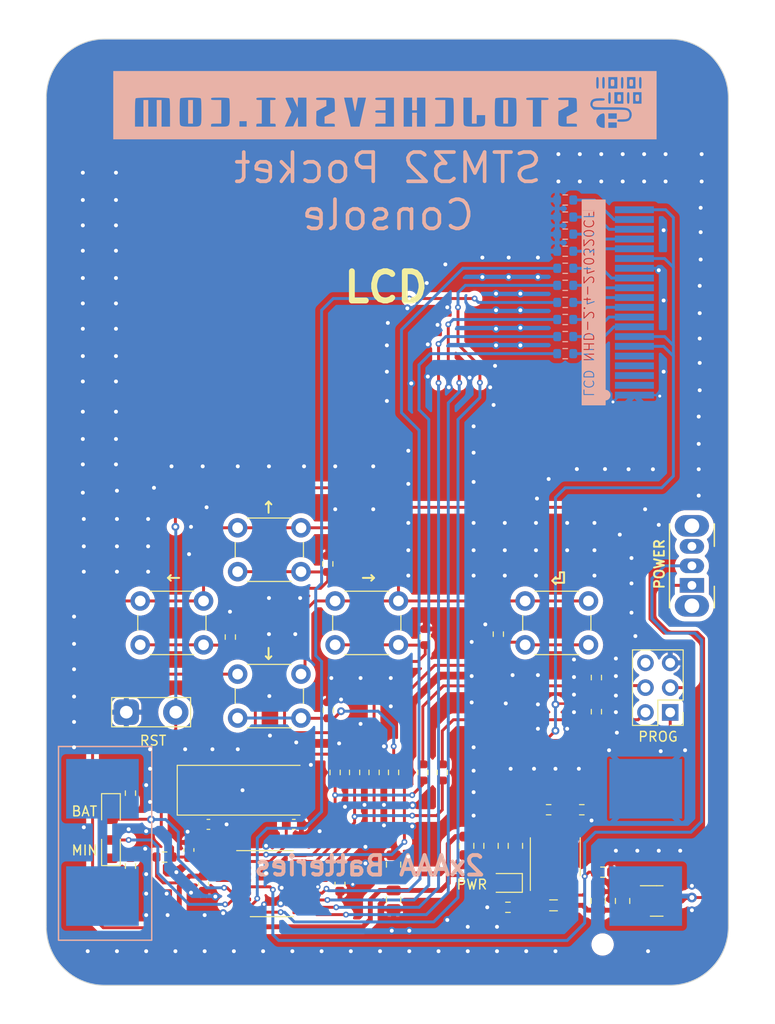
<source format=kicad_pcb>
(kicad_pcb (version 20240108) (generator "pcbnew") (generator_version "8.0")
  (layers (0 "F.Cu" signal) (31 "B.Cu" signal) (34 "B.Paste" user) (35 "F.Paste" user) (36 "B.SilkS" user "B.Silkscreen") (37 "F.SilkS" user "F.Silkscreen") (38 "B.Mask" user) (39 "F.Mask" user) (44 "Edge.Cuts" user))
  (net 0 "")
  (net 1 "ADC_IN0")
  (net 2 "GND")
  (net 3 "+3V3")
  (net 4 "RST")
  (net 5 "Net-(Q1-S)")
  (net 6 "Net-(U2-PF0)")
  (net 7 "Net-(U2-PF1)")
  (net 8 "Net-(D1-K)")
  (net 9 "Net-(D1-A)")
  (net 10 "Net-(D2-K)")
  (net 11 "Net-(D2-A)")
  (net 12 "SWDIO")
  (net 13 "SWCLK")
  (net 14 "Net-(L1-Pad2)")
  (net 15 "Net-(U1-FB)")
  (net 16 "Net-(U2-PA9{slash}PA11)")
  (net 17 "BTN_1")
  (net 18 "Net-(U2-PA10{slash}PA12)")
  (net 19 "BTN_2")
  (net 20 "Net-(U2-PA13)")
  (net 21 "BTN_3")
  (net 22 "Net-(BT1-+)")
  (net 23 "Net-(U2-PA14)")
  (net 24 "BTN_4")
  (net 25 "Net-(U2-PB8)")
  (net 26 "Net-(U3-LED-K4)")
  (net 27 "SPI1_NSS")
  (net 28 "SPI1_SCK")
  (net 29 "SPI1_MISO")
  (net 30 "SPI1_MOSI")
  (net 31 "Net-(U3-MOSI)")
  (net 32 "Net-(D3-K)")
  (net 33 "Net-(U3-MISO)")
  (net 34 "Net-(U3-SCLK)")
  (net 35 "Net-(U3-{slash}CS)")
  (net 36 "~{D{slash}C}")
  (net 37 "Net-(U3-D{slash}C)")
  (net 38 "~{RES}")
  (net 39 "Net-(U3-{slash}RES)")
  (net 40 "Net-(U3-LED-K3)")
  (net 41 "Net-(U3-LED-K2)")
  (net 42 "Net-(U3-LED-K1)")
  (footprint "Capacitor_SMD:C_0603_1608Metric" (layer "F.Cu") (at 130.15 104.5)
    (property "Reference" "C11" (hide yes))
    (property "Value" "22p")
  )
  (footprint "Resistor_SMD:R_0603_1608Metric" (layer "F.Cu") (at 156.3 103)
    (property "Reference" "R3" (hide yes))
    (property "Value" "56k")
  )
  (footprint "Resistor_SMD:R_0603_1608Metric" (layer "F.Cu") (at 116.8875 107.85)
    (property "Reference" "R1" (hide yes))
    (property "Value" "10k")
  )
  (footprint "Inductor_SMD:L_0805_2012Metric" (layer "F.Cu") (at 156.8 112.8 180)
    (property "Reference" "L1" (hide yes))
    (property "Value" "MPL2012S3R3MHT")
  )
  (footprint "Package_SO:SOIC-8-1EP_3.9x4.9mm_P1.27mm_EP2.41x3.3mm" (layer "F.Cu") (at 156.9825 107.825 90)
    (property "Reference" "U1" (hide yes))
    (property "Value" "AP2007SPER")
  )
  (footprint "LED_SMD:LED_0805_2012Metric" (layer "F.Cu") (at 111.3875 103.0375 -90)
    (property "Reference" "D2" (hide yes))
    (property "Value" "BAT_LED")
  )
  (footprint "Resistor_SMD:R_0603_1608Metric" (layer "F.Cu") (at 138.3875 99.175 90)
    (property "Reference" "R8" (hide yes))
    (property "Value" "1k")
  )
  (footprint "Resistor_SMD:R_0603_1608Metric" (layer "F.Cu") (at 152.124262 112.999195 180)
    (property "Reference" "R21" (hide yes))
    (property "Value" "100")
  )
  (footprint "Resistor_SMD:R_0603_1608Metric" (layer "F.Cu") (at 123.6375 85.3 90)
    (property "Reference" "R13" (hide yes))
    (property "Value" "10k")
  )
  (footprint "Button_Switch_THT:SW_PUSH_6mm" (layer "F.Cu") (at 120.8875 86.1 180)
    (property "Reference" "SW5" (hide yes))
    (property "Value" "BTN_1")
  )
  (footprint "Capacitor_SMD:C_0805_2012Metric" (layer "F.Cu") (at 140.3875 112.225002 -90)
    (property "Reference" "C4" (hide yes))
    (property "Value" "1u")
  )
  (footprint "Resistor_SMD:R_0603_1608Metric" (layer "F.Cu") (at 161.875 109.4)
    (property "Reference" "R9" (hide yes))
    (property "Value" "10k")
  )
  (footprint "Capacitor_SMD:C_0805_2012Metric" (layer "F.Cu") (at 163.8875 112.35 90)
    (property "Reference" "C6" (hide yes))
    (property "Value" "22u")
  )
  (footprint "Capacitor_SMD:C_0603_1608Metric" (layer "F.Cu") (at 119.3875 107.125 90)
    (property "Reference" "C5" (hide yes))
    (property "Value" "100n")
  )
  (footprint "Button_Switch_THT:SW_PUSH_6mm" (layer "F.Cu") (at 153.8875 81.6)
    (property "Reference" "SW3" (hide yes))
    (property "Value" "BOOT_BTN")
  )
  (footprint "Capacitor_SMD:C_0603_1608Metric" (layer "F.Cu") (at 120.8875 110.575 -90)
    (property "Reference" "C3" (hide yes))
    (property "Value" "100n")
  )
  (footprint "Capacitor_SMD:C_0805_2012Metric" (layer "F.Cu") (at 150.3875 106.699998 -90)
    (property "Reference" "C9" (hide yes))
    (property "Value" "22u")
  )
  (footprint "Resistor_SMD:R_0603_1608Metric" (layer "F.Cu") (at 136.3875 99.175 90)
    (property "Reference" "R7" (hide yes))
    (property "Value" "1k")
  )
  (footprint "Resistor_SMD:R_0603_1608Metric" (layer "F.Cu") (at 143.6375 85.3 90)
    (property "Reference" "R12" (hide yes))
    (property "Value" "10k")
  )
  (footprint "LED_SMD:LED_0805_2012Metric" (layer "F.Cu") (at 151.915 110.5 180)
    (property "Reference" "D3" (hide yes))
    (property "Value" "PWR_LED")
  )
  (footprint "Button_Switch_THT:SW_PUSH_6mm" (layer "F.Cu") (at 130.8875 93.6 180)
    (property "Reference" "SW7" (hide yes))
    (property "Value" "BTN_4")
  )
  (footprint "Package_TO_SOT_SMD:SOT-23" (layer "F.Cu") (at 167.3875 112.35)
    (property "Reference" "Q1" (hide yes))
    (property "Value" "SI2323DS-T1-E3")
  )
  (footprint "Connector_PinHeader_2.54mm:PinHeader_2x03_P2.54mm_Vertical" (layer "F.Cu") (at 168.775001 93.025 180)
    (property "Reference" "J4" (hide yes))
    (property "Value" "PROG")
  )
  (footprint "Resistor_SMD:R_0603_1608Metric" (layer "F.Cu") (at 159.7 103)
    (property "Reference" "R5" (hide yes))
    (property "Value" "100k")
  )
  (footprint "Resistor_SMD:R_0603_1608Metric" (layer "F.Cu") (at 133.7 92.8 90)
    (property "Reference" "R16" (hide yes))
    (property "Value" "10k")
  )
  (footprint "Resistor_SMD:R_0603_1608Metric" (layer "F.Cu") (at 161.2 89.45 -90)
    (property "Reference" "R20" (hide yes))
    (property "Value" "10k")
  )
  (footprint "Button_Switch_THT:SW_PUSH_6mm" (layer "F.Cu") (at 140.8875 86.1 180)
    (property "Reference" "SW4" (hide yes))
    (property "Value" "BTN_3")
  )
  (footprint "TestPoint:TestPoint_2Pads_Pitch5.08mm_Drill1.3mm" (layer "F.Cu") (at 112.96 93)
    (property "Reference" "J2" (hide yes))
    (property "Value" "RST_SOCKET")
  )
  (footprint "Resistor_SMD:R_0603_1608Metric" (layer "F.Cu") (at 151.1375 85 90)
    (property "Reference" "R11" (hide yes))
    (property "Value" "10k")
  )
  (footprint "Capacitor_SMD:C_0805_2012Metric" (layer "F.Cu") (at 140.3875 108.625 90)
    (property "Reference" "C1" (hide yes))
    (property "Value" "22u")
  )
  (footprint "Button_Switch_THT:SW_CuK_OS102011MA1QN1_SPDT_Angled" (layer "F.Cu") (at 171 80 90)
    (property "Reference" "SW2" (hide yes))
    (property "Value" "PWR_SW")
  )
  (footprint "Resistor_SMD:R_0603_1608Metric" (layer "F.Cu") (at 143.3875 99.175 90)
    (property "Reference" "R17" (hide yes))
    (property "Value" "100")
  )
  (footprint "Resistor_SMD:R_0603_1608Metric" (layer "F.Cu") (at 133.6375 77.8 90)
    (property "Reference" "R15" (hide yes))
    (property "Value" "10k")
  )
  (footprint "Capacitor_SMD:C_0603_1608Metric" (layer "F.Cu") (at 121.3875 104.5)
    (property "Reference" "C12" (hide yes))
    (property "Value" "22p")
  )
  (footprint "Crystal:Crystal_SMD_HC49-SD" (layer "F.Cu") (at 124.8875 101)
    (property "Reference" "Y1" (hide yes))
    (property "Value" "Crystal")
  )
  (footprint "Capacitor_SMD:C_0805_2012Metric" (layer "F.Cu") (at 147.8875 106.699998 -90)
    (property "Reference" "C10" (hide yes))
    (property "Value" "22u")
  )
  (footprint "Capacitor_SMD:C_0603_1608Metric" (layer "F.Cu") (at 134.8875 110.575 -90)
    (property "Reference" "C2" (hide yes))
    (property "Value" "100n")
  )
  (footprint "Resistor_SMD:R_0603_1608Metric" (layer "F.Cu") (at 161.2 92.95 90)
    (property "Reference" "R19" (hide yes))
    (property "Value" "10k")
  )
  (footprint "Capacitor_SMD:C_0805_2012Metric" (layer "F.Cu") (at 161.3875 112.342988 90)
    (property "Reference" "C7" (hide yes))
    (property "Value" "22u")
  )
  (footprint "Resistor_SMD:R_0603_1608Metric" (layer "F.Cu") (at 140.3875 99.175 90)
    (property "Reference" "R10" (hide yes))
    (property "Value" "1k")
  )
  (footprint "Resistor_SMD:R_0603_1608Metric" (layer "F.Cu") (at 145.3875 99.175 90)
    (property "Reference" "R18" (hide yes))
    (property "Value" "100")
  )
  (footprint "LED_SMD:LED_0805_2012Metric" (layer "F.Cu") (at 111.3875 107.037499 90)
    (property "Reference" "D1" (hide yes))
    (property "Value" "MIN_LED")
  )
  (footprint "Resistor_SMD:R_0603_1608Metric" (layer "F.Cu") (at 134.3875 99.175 90)
    (property "Reference" "R6" (hide yes))
    (property "Value" "1k")
  )
  (footprint "Resistor_SMD:R_0603_1608Metric" (layer "F.Cu") (at 113.3875 101.3 90)
    (property "Reference" "R4" (hide yes))
    (property "Value" "100")
  )
  (footprint "Resistor_SMD:R_0603_1608Metric" (layer "F.Cu") (at 113.3875 108.775 -90)
    (property "Reference" "R2" (hide yes))
    (property "Value" "100")
  )
  (footprint "Capacitor_SMD:C_0805_2012Metric" (layer "F.Cu") (at 152.8875 106.7 -90)
    (property "Reference" "C8" (hide yes))
    (property "Value" "22u")
  )
  (footprint "Package_SO:TSSOP-20_4.4x6.5mm_P0.65mm" (layer "F.Cu") (at 127.8875 110.575)
    (property "Reference" "U2" (hide yes))
    (property "Value" "STM32F042F4Px")
  )
  (footprint "Button_Switch_THT:SW_PUSH_6mm" (layer "F.Cu") (at 130.8875 78.6 180)
    (property "Reference" "SW6" (hide yes))
    (property "Value" "BTN_2")
  )
  (footprint "Resistor_SMD:R_0603_1608Metric" (layer "B.Cu") (at 158 51)
    (property "Reference" "R26" (hide yes))
    (property "Value" "0")
  )
  (footprint "Resistor_SMD:R_0603_1608Metric" (layer "B.Cu") (at 158 44 180)
    (property "Reference" "R29" (hide yes))
    (property "Value" "22")
  )
  (footprint "Resistor_SMD:R_0603_1608Metric" (layer "B.Cu") (at 158 56.25)
    (property "Reference" "R22" (hide yes))
    (property "Value" "0" (hide yes))
  )
  (footprint "Resistor_SMD:R_0603_1608Metric" (layer "B.Cu") (at 158 49.25)
    (property "Reference" "R25" (hide yes))
    (property "Value" "0")
  )
  (footprint "Resistor_SMD:R_0603_1608Metric" (layer "B.Cu") (at 158 52.75)
    (property "Reference" "R24" (hide yes))
    (property "Value" "0")
  )
  (footprint "Resistor_SMD:R_0603_1608Metric" (layer "B.Cu") (at 158 42.25 180)
    (property "Reference" "R28" (hide yes))
    (property "Value" "22")
  )
  (footprint "Resistor_SMD:R_0603_1608Metric" (layer "B.Cu") (at 158 54.5)
    (property "Reference" "R23" (hide yes))
    (property "Value" "0")
  )
  (footprint "Resistor_SMD:R_0603_1608Metric" (layer "B.Cu") (at 158 40.5 180)
    (property "Reference" "R14" (hide yes))
    (property "Value" "22")
  )
  (footprint "stopwatchy_library:NHD-2.4-240320CF-BSXV-F" (layer "B.Cu") (at 165.1 50.5 90)
    (property "Reference" "U3" (hide yes))
    (property "Value" "NHD-2.4-240320CF-BSXV-F")
  )
  (footprint "Resistor_SMD:R_0603_1608Metric" (layer "B.Cu") (at 158 47.5)
    (property "Reference" "R27" (hide yes))
    (property "Value" "0")
  )
  (footprint "Resistor_SMD:R_0603_1608Metric" (layer "B.Cu") (at 158 45.75 180)
    (property "Reference" "R30" (hide yes))
    (property "Value" "22")
  )
  (footprint "stopwatchy_library:BH-AAA-B5AK001" (layer "B.Cu") (at 138.3875 106.35 180)
    (property "Reference" "BT1" (hide yes))
    (property "Value" "2xAAA")
  )
  (footprint "LOGO" (layer "B.Cu") (at 139.5 30.75 180)
    (property "Reference" "G***" (hide yes))
    (property "Value" "LOGO" (hide yes))
  )
  (gr_rect (start 106.003742 96.52) (end 115.57 116.373986) (stroke (width 0.15)) (fill none) (layer "B.SilkS"))
  (gr_line (start 110.75 24) (end 168.75 24) (stroke (width 0.1)) (layer "Edge.Cuts"))
  (gr_line (start 104.75 30) (end 104.75 115) (stroke (width 0.1)) (layer "Edge.Cuts"))
  (gr_arc (start 104.75 30) (mid 106.507359 25.757359) (end 110.75 24) (stroke (width 0.1)) (layer "Edge.Cuts"))
  (gr_line (start 110.75 121) (end 168.75 121) (stroke (width 0.1)) (layer "Edge.Cuts"))
  (gr_arc (start 174.75 115) (mid 172.992641 119.242641) (end 168.75 121) (stroke (width 0.1)) (layer "Edge.Cuts"))
  (gr_line (start 174.75 115) (end 174.75 30) (stroke (width 0.1)) (layer "Edge.Cuts"))
  (gr_arc (start 168.75 24) (mid 172.992641 25.757359) (end 174.75 30) (stroke (width 0.1)) (layer "Edge.Cuts"))
  (gr_arc (start 110.75 121) (mid 106.507359 119.242641) (end 104.75 115) (stroke (width 0.1)) (layer "Edge.Cuts"))
  (gr_text "STM32 Pocket\nConsole" (at 139.8 43.8 0) (layer "B.SilkS") (effects (font (size 3 3) (thickness 0.375)) (justify bottom mirror)))
  (gr_text "2xAAA Batteries" (at 149.92569 109.909268 0) (layer "B.SilkS") (effects (font (size 2 2) (thickness 0.4) (bold yes)) (justify left bottom mirror)))
  (gr_text "MIN" (at 107.25 107.75 0) (layer "F.SilkS") (effects (font (size 1 1)) (justify left bottom)))
  (gr_text "BAT" (at 107.25 103.75 0) (layer "F.SilkS") (effects (font (size 1 1)) (justify left bottom)))
  (gr_text "PROG" (at 165.4 96.1 0) (layer "F.SilkS") (effects (font (size 1 1)) (justify left bottom)))
  (gr_text "→" (at 136.75 80 0) (layer "F.SilkS") (effects (font (size 1.5 1.5) (thickness 0.2) (bold yes)) (justify left bottom)))
  (gr_text "POWER" (at 168.25 80.5 90) (layer "F.SilkS") (effects (font (size 1 1) (thickness 0.2) (bold yes)) (justify left bottom)))
  (gr_text "LCD" (at 135 51.2 0) (layer "F.SilkS") (effects (font (size 3 3) (thickness 0.6) (bold yes)) (justify left bottom)))
  (gr_text "PWR" (at 146.75 111.25 0) (layer "F.SilkS") (effects (font (size 1 1)) (justify left bottom)))
  (gr_text "↓" (at 126.5 87.75 0) (layer "F.SilkS") (effects (font (size 1.5 1.5) (thickness 0.2) (bold yes)) (justify left bottom)))
  (gr_text "↑" (at 126.5 72.75 0) (layer "F.SilkS") (effects (font (size 1.5 1.5) (thickness 0.2) (bold yes)) (justify left bottom)))
  (gr_text "⏎" (at 156.25 80 0) (layer "F.SilkS") (effects (font (size 1.5 1.5) (thickness 0.2) (bold yes)) (justify left bottom)))
  (gr_text "←" (at 116.75 80 0) (layer "F.SilkS") (effects (font (size 1.5 1.5) (thickness 0.2) (bold yes)) (justify left bottom)))
  (gr_text "RST" (at 114.25 96.5 0) (layer "F.SilkS") (effects (font (size 1 1)) (justify left bottom)))
  (segment (start 110.5125 111.85) (end 110.5125 100.85) (width 1) (layer "B.Cu") (net 0))
  (segment (start 128 111.2) (end 127.7 110.9) (width 0.3) (layer "F.Cu") (net 1))
  (segment (start 159.15 111.75) (end 158.8875 111.4875) (width 0.3) (layer "F.Cu") (net 1))
  (segment (start 127.7 110.9) (end 125.025 110.9) (width 0.3) (layer "F.Cu") (net 1))
  (segment (start 158.8875 111.4875) (end 158.8875 110.3) (width 0.3) (layer "F.Cu") (net 1))
  (segment (start 160 109.825) (end 160.425 109.4) (width 0.3) (layer "F.Cu") (net 1))
  (segment (start 160.425 109.4) (end 161.05 109.4) (width 0.3) (layer "F.Cu") (net 1))
  (segment (start 160 111.55) (end 159.8 111.75) (width 0.3) (layer "F.Cu") (net 1))
  (segment (start 160 109.825) (end 160 111.55) (width 0.3) (layer "F.Cu") (net 1))
  (segment (start 159.8 111.75) (end 159.15 111.75) (width 0.3) (layer "F.Cu") (net 1))
  (via (at 128 111.2) (size 0.6) (drill 0.3) (layers "F.Cu" "B.Cu") (net 1))
  (via (at 160 109.825) (size 0.6) (drill 0.3) (layers "F.Cu" "B.Cu") (net 1))
  (segment (start 168.2 78) (end 171 78) (width 0.3) (layer "B.Cu") (net 1))
  (segment (start 166.9 83.4) (end 166.9 79.3) (width 0.3) (layer "B.Cu") (net 1))
  (segment (start 160 106.4) (end 161.1 105.3) (width 0.3) (layer "B.Cu") (net 1))
  (segment (start 172 104.2) (end 172 85.6) (width 0.3) (layer "B.Cu") (net 1))
  (segment (start 170.9 105.3) (end 172 104.2) (width 0.3) (layer "B.Cu") (net 1))
  (segment (start 128 115.8) (end 128 111.2) (width 0.3) (layer "B.Cu") (net 1))
  (segment (start 160 109.825) (end 160 114.6) (width 0.3) (layer "B.Cu") (net 1))
  (segment (start 160 109.825) (end 160 106.4) (width 0.3) (layer "B.Cu") (net 1))
  (segment (start 128.6 116.4) (end 128 115.8) (width 0.3) (layer "B.Cu") (net 1))
  (segment (start 161.1 105.3) (end 170.9 105.3) (width 0.3) (layer "B.Cu") (net 1))
  (segment (start 172 85.6) (end 171.3 84.9) (width 0.3) (layer "B.Cu") (net 1))
  (segment (start 171.3 84.9) (end 168.4 84.9) (width 0.3) (layer "B.Cu") (net 1))
  (segment (start 158.2 116.4) (end 128.6 116.4) (width 0.3) (layer "B.Cu") (net 1))
  (segment (start 160 114.6) (end 158.2 116.4) (width 0.3) (layer "B.Cu") (net 1))
  (segment (start 168.4 84.9) (end 166.9 83.4) (width 0.3) (layer "B.Cu") (net 1))
  (segment (start 166.9 79.3) (end 168.2 78) (width 0.3) (layer "B.Cu") (net 1))
  (segment (start 149.975 84.175) (end 149.8 84) (width 0.3) (layer "F.Cu") (net 2))
  (segment (start 161 105.7) (end 160.65 105.35) (width 0.5) (layer "F.Cu") (net 2))
  (segment (start 151.1375 84.175) (end 149.975 84.175) (width 0.3) (layer "F.Cu") (net 2))
  (segment (start 140.3875 113.175002) (end 140.3875 115.2125) (width 0.5) (layer "F.Cu") (net 2))
  (segment (start 161 106.509999) (end 161 105.7) (width 0.5) (layer "F.Cu") (net 2))
  (segment (start 130.75 110.9) (end 132.5995 110.9) (width 0.3) (layer "F.Cu") (net 2))
  (segment (start 150.000805 112.999195) (end 150 113) (width 0.3) (layer "F.Cu") (net 2))
  (segment (start 128.9 111) (end 129.15 110.9) (width 0.3) (layer "F.Cu") (net 2))
  (segment (start 129.15 110.9) (end 130.75 110.9) (width 0.3) (layer "F.Cu") (net 2))
  (segment (start 134.8875 111.35) (end 135.5005 111.35) (width 0.25) (layer "F.Cu") (net 2))
  (segment (start 115 109.6) (end 113.3875 109.6) (width 0.3) (layer "F.Cu") (net 2))
  (segment (start 140.3875 115.2125) (end 140.2 115.4) (width 0.5) (layer "F.Cu") (net 2))
  (segment (start 160.7 104.1) (end 160.525 103.925) (width 0.3) (layer "F.Cu") (net 2))
  (segment (start 151.299262 112.999195) (end 150.000805 112.999195) (width 0.3) (layer "F.Cu") (net 2))
  (segment (start 160.65 105.35) (end 158.8875 105.35) (width 0.5) (layer "F.Cu") (net 2))
  (segment (start 161 107.5) (end 160.675 107.825) (width 0.5) (layer "F.Cu") (net 2))
  (segment (start 119.75 111.35) (end 119.6 111.5) (width 0.3) (layer "F.Cu") (net 2))
  (segment (start 140.3875 107.675) (end 141.775 107.675) (width 0.5) (layer "F.Cu") (net 2))
  (segment (start 135.5005 111.35) (end 136.2 110.6505) (width 0.25) (layer "F.Cu") (net 2))
  (segment (start 119.3875 105.3875) (end 119.25 105.25) (width 0.3) (layer "F.Cu") (net 2))
  (segment (start 141.775 107.675) (end 141.9 107.8) (width 0.5) (layer "F.Cu") (net 2))
  (segment (start 161 106.509999) (end 161 107.5) (width 0.5) (layer "F.Cu") (net 2))
  (segment (start 119.3875 106.35) (end 119.3875 105.3875) (width 0.3) (layer "F.Cu") (net 2))
  (segment (start 115 100.475) (end 113.3875 100.475) (width 0.3) (layer "F.Cu") (net 2))
  (segment (start 160.525 103.925) (end 160.525 103) (width 0.3) (layer "F.Cu") (net 2))
  (segment (start 120.8875 111.35) (end 119.75 111.35) (width 0.3) (layer "F.Cu") (net 2))
  (segment (start 122.1625 104.5) (end 123.25 104.5) (width 0.3) (layer "F.Cu") (net 2))
  (segment (start 160.675 107.825) (end 156.9825 107.825) (width 0.5) (layer "F.Cu") (net 2))
  (segment (start 132.5995 110.9) (end 132.6 110.9005) (width 0.3) (layer "F.Cu") (net 2))
  (via (at 108.5 43.1) (size 0.8) (drill 0.4) (layers "F.Cu" "B.Cu") (net 2))
  (via (at 107.6 83.2) (size 0.8) (drill 0.4) (layers "F.Cu" "B.Cu") (net 2))
  (via (at 155.2 89.2) (size 0.8) (drill 0.4) (layers "F.Cu" "B.Cu") (net 2))
  (via (at 127.1 112.7) (size 0.6) (drill 0.3) (layers "F.Cu" "B.Cu") (net 2))
  (via (at 153.4 51.8) (size 0.8) (drill 0.4) (layers "F.Cu" "B.Cu") (net 2))
  (via (at 148.6 69.4) (size 0.8) (drill 0.4) (layers "F.Cu" "B.Cu") (net 2))
  (via (at 142 115.4) (size 0.8) (drill 0.4) (layers "F.Cu" "B.Cu") (net 2))
  (via (at 143.790812 49.009188) (size 0.8) (drill 0.4) (layers "F.Cu" "B.Cu") (net 2))
  (via (at 130 117.5) (size 0.8) (drill 0.4) (layers "F.Cu" "B.Cu") (net 2))
  (via (at 167.8 97) (size 0.8) (drill 0.4) (layers "F.Cu" "B.Cu") (net 2))
  (via (at 134 89.5) (size 0.8) (drill 0.4) (layers "F.Cu" "B.Cu") (net 2))
  (via (at 167.6 107.2) (size 0.8) (drill 0.4) (layers "F.Cu" "B.Cu") (net 2))
  (via (at 161 76.4) (size 0.8) (drill 0.4) (layers "F.Cu" "B.Cu") (net 2))
  (via (at 139.4 102.5) (size 0.8) (drill 0.4) (layers "F.Cu" "B.Cu") (net 2))
  (via (at 140.1 92.4) (size 0.8) (drill 0.4) (layers "F.Cu" "B.Cu") (net 2))
  (via (at 123.6 82.7) (size 0.8) (drill 0.4) (layers "F.Cu" "B.Cu") (net 2))
  (via (at 121.2 72) (size 0.8) (drill 0.4) (layers "F.Cu" "B.Cu") (net 2))
  (via (at 130.4 96.1) (size 0.8) (drill 0.4) (layers "F.Cu" "B.Cu") (net 2))
  (via (at 164.8 77.2) (size 0.8) (drill 0.4) (layers "F.Cu" "B.Cu") (net 2))
  (via (at 168.1 58.1) (size 0.8) (drill 0.4) (layers "F.Cu" "B.Cu") (net 2))
  (via (at 158.9 91.2) (size 0.8) (drill 0.4) (layers "F.Cu" "B.Cu") (net 2))
  (via (at 119.25 105.25) (size 0.8) (drill 0.4) (layers "F.Cu" "B.Cu") (net 2))
  (via (at 171 110.8) (size 0.8) (drill 0.4) (layers "F.Cu" "B.Cu") (net 2))
  (via (at 115 109.6) (size 0.8) (drill 0.4) (layers "F.Cu" "B.Cu") (net 2))
  (via (at 164.5 68.1) (size 0.8) (drill 0.4) (layers "F.Cu" "B.Cu") (net 2))
  (via (at 157 117.5) (size 0.8) (drill 0.4) (layers "F.Cu" "B.Cu") (net 2))
  (via (at 139.8 53.1) (size 0.8) (drill 0.4) (layers "F.Cu" "B.Cu") (net 2))
  (via (at 140.2 115.4) (size 0.8) (drill 0.4) (layers "F.Cu" "B.Cu") (net 2))
  (via (at 142.3 104.7) (size 0.8) (drill 0.4) (layers "F.Cu" "B.Cu") (net 2))
  (via (at 130.8 81.3) (size 0.8) (drill 0.4) (layers "F.Cu" "B.Cu") (net 2))
  (via (at 148.4 89.3) (size 0.8) (drill 0.4) (layers "F.Cu" "B.Cu") (net 2))
  (via (at 148.6 66.4) (size 0.8) (drill 0.4) (layers "F.Cu" "B.Cu") (net 2))
  (via (at 141.8 51.6) (size 0.8) (drill 0.4) (layers "F.Cu" "B.Cu") (net 2))
  (via (at 108.5 67.6) (size 0.8) (drill 0.4) (layers "F.Cu" "B.Cu") (net 2))
  (via (at 158.9 89.4) (size 0.8) (drill 0.4) (layers "F.Cu" "B.Cu") (net 2))
  (via (at 142 117.5) (size 0.8) (drill 0.4) (layers "F.Cu" "B.Cu") (net 2))
  (via (at 107.6 96.6) (size 0.8) (drill 0.4) (layers "F.Cu" "B.Cu") (net 2))
  (via (at 143.9 55.3) (size 0.8) (drill 0.4) (layers "F.Cu" "B.Cu") (net 2))
  (via (at 130.3 85) (size 0.8) (drill 0.4) (layers "F.Cu" "B.Cu") (net 2))
  (via (at 157.3 38.6) (size 0.8) (drill 0.4) (layers "F.Cu" "B.Cu") (net 2))
  (via (at 161.7 38.6) (size 0.8) (drill 0.4) (layers "F.Cu" "B.Cu") (net 2))
  (via (at 168.3 38.6) (size 0.8) (drill 0.4) (layers "F.Cu" "B.Cu") (net 2))
  (via (at 121.8 96.8) (size 0.8) (drill 0.4) (layers "F.Cu" "B.Cu") (net 2))
  (via (at 148.6 101.2) (size 0.8) (drill 0.4) (layers "F.Cu" "B.Cu") (net 2))
  (via (at 153.4 53.6) (size 0.8) (drill 0.4) (layers "F.Cu" "B.Cu") (net 2))
  (via (at 148.189613 58.7) (size 0.8) (drill 0.4) (layers "F.Cu" "B.Cu") (net 2))
  (via (at 156.3 69.1) (size 0.8) (drill 0.4) (layers "F.Cu" "B.Cu") (net 2))
  (via (at 113.2 105) (size 0.8) (drill 0.4) (layers "F.Cu" "B.Cu") (net 2))
  (via (at 115 113.8) (size 0.8) (drill 0.4) (layers "F.Cu" "B.Cu") (net 2))
  (via (at 141.9 79) (size 0.8) (drill 0.4) (layers "F.Cu" "B.Cu") (net 2))
  (via (at 153.4 55.4) (size 0.8) (drill 0.4) (layers "F.Cu" "B.Cu") (net 2))
  (via (at 150.65061 61.507969) (size 0.8) (drill 0.4) (layers "F.Cu" "B.Cu") (net 2))
  (via (at 148.4 92) (size 0.8) (drill 0.4) (layers "F.Cu" "B.Cu") (net 2))
  (via (at 108.6 78.6) (size 0.8) (drill 0.4) (layers "F.Cu" "B.Cu") (net 2))
  (via (at 115.4 98.8) (size 0.8) (drill 0.4) (layers "F.Cu" "B.Cu") (net 2))
  (via (at 158.9 93) (size 0.8) (drill 0.4) (layers "F.Cu" "B.Cu") (net 2))
  (via (at 158.2 73.6) (size 0.8) (drill 0.4) (layers "F.Cu" "B.Cu") (net 2))
  (via (at 163.9 35.8) (size 0.8) (drill 0.4) (layers "F.Cu" "B.Cu") (net 2))
  (via (at 109 117.5) (size 0.8) (drill 0.4) (layers "F.Cu" "B.Cu") (net 2))
  (via (at 144.9 53.3) (size 0.8) (drill 0.4) (layers "F.Cu" "B.Cu") (net 2))
  (via (at 145 117.5) (size 0.8) (drill 0.4) (layers "F.Cu" "B.Cu") (net 2))
  (via (at 155.2 94.7) (size 0.8) (drill 0.4) (layers "F.Cu" "B.Cu") (net 2))
  (via (at 127.7 95.4) (size 0.8) (drill 0.4) (layers "F.Cu" "B.Cu") (net 2))
  (via (at 108.6 104.8) (size 0.8) (drill 0.4) (layers "F.Cu" "B.Cu") (net 2))
  (via (at 149.8 84) (size 0.8) (drill 0.4) (layers "F.Cu" "B.Cu") (net 2))
  (via (at 149.5 46.4) (size 0.8) (drill 0.4) (layers "F.Cu" "B.Cu") (net 2))
  (via (at 135 91.7) (size 0.8) (drill 0.4) (layers "F.Cu" "B.Cu") (net 2))
  (via (at 152.400001 98.8) (size 0.8) (drill 0.4) (layers "F.Cu" "B.Cu") (net 2))
  (via (at 115 111.6) (size 0.8) (drill 0.4) (layers "F.Cu" "B.Cu") (net 2))
  (via (at 165.4 107.2) (size 0.8) (drill 0.4) (layers "F.Cu" "B.Cu") (net 2))
  (via (at 169.8 107.2) (size 0.8) (drill 0.4) (layers "F.Cu" "B.Cu") (net 2))
  (via (at 159.19474 68.081141) (size 0.8) (drill 0.4) (layers "F.Cu" "B.Cu") (net 2))
  (via (at 124.8875 101) (size 0.8) (drill 0.4) (layers "F.Cu" "B.Cu") (net 2))
  (via (at 151.8 79) (size 0.8) (drill 0.4) (layers "F.Cu" "B.Cu") (net 2))
  (via (at 143.9 58.6) (size 0.8) (drill 0.4) (layers "F.Cu" "B.Cu") (net 2))
  (via (at 166.1 35.8) (size 0.8) (drill 0.4) (layers "F.Cu" "B.Cu") (net 2))
  (via (at 139.7 61.1) (size 0.8) (drill 0.4) (layers "F.Cu" "B.Cu") (net 2))
  (via (at 115 100.475) (size 0.8) (drill 0.4) (layers "F.Cu" "B.Cu") (net 2))
  (via (at 171.8 52.1) (size 0.8) (drill 0.4) (layers "F.Cu" "B.Cu") (net 2))
  (via (at 127.6 67.8) (size 0.8) (drill 0.4) (layers "F.Cu" "B.Cu") (net 2))
  (via (at 171.8 60) (size 0.8) (drill 0.4) (layers "F.Cu" "B.Cu") (net 2))
  (via (at 148.4 85.8) (size 0.8) (drill 0.4) (layers "F.Cu" "B.Cu") (net 2))
  (via (at 164.8 79.8) (size 0.8) (drill 0.4) (layers "F.Cu" "B.Cu") (net 2))
  (via (at 172 35.8) (size 0.8) (drill 0.4) (layers "F.Cu" "B.Cu") (net 2))
  (via (at 108.5 59.1) (size 0.8) (drill 0.4) (layers "F.Cu" "B.Cu") (net 2))
  (via (at 108.6 76) (size 0.8) (drill 0.4) (layers "F.Cu" "B.Cu") (net 2))
  (via (at 141.9 69.6) (size 0.8) (drill 0.4) (layers "F.Cu" "B.Cu") (net 2))
  (via (at 111.9 43.1) (size 0.8) (drill 0.4) (layers "F.Cu" "B.Cu") (net 2))
  (via (at 163.2 87.5) (size 0.8) (drill 0.4) (layers "F.Cu" "B.Cu") (net 2))
  (via (at 112 73.2) (size 0.8) (drill 0.4) (layers "F.Cu" "B.Cu") (net 2))
  (via (at 167 68.1) (size 0.8) (drill 0.4) (layers "F.Cu" "B.Cu") (net 2))
  (via (at 148.6 73.6) (size 0.8) (drill 0.4) (layers "F.Cu" "B.Cu") (net 2))
  (via (at 163.9 38.6) (size 0.8) (drill 0.4) (layers "F.Cu" "B.Cu") (net 2))
  (via (at 136 117.5) (size 0.8) (drill 0.4) (layers "F.Cu" "B.Cu") (net 2))
  (via (at 117.1 111.6) (size 0.8) (drill 0.4) (layers "F.Cu" "B.Cu") (net 2))
  (via (at 171.7 65.5) (size 0.8) (drill 0.4) (layers "F.Cu" "B.Cu") (net 2))
  (via (at 155 79) (size 0.8) (drill 0.4) (layers "F.Cu" "B.Cu") (net 2))
  (via (at 111.9 59.1) (size 0.8) (drill 0.4) (layers "F.Cu" "B.Cu") (net 2))
  (via (at 171 113.3) (size 0.8) (drill 0.4) (layers "F.Cu" "B.Cu") (net 2))
  (via (at 108.5 56.5) (size 0.8) (drill 0.4) (layers "F.Cu" "B.Cu") (net 2))
  (via (at 137.5 108.5) (size 0.8) (drill 0.4) (layers "F.Cu" "B.Cu") (net 2))
  (via (at 142.339858 102.545144) (size 0.8) (drill 0.4) (layers "F.Cu" "B.Cu") (net 2))
  (via (at 139.4 96.5) (size 0.8) (drill 0.4) (layers "F.Cu" "B.Cu") (net 2))
  (via (at 112 117.5) (size 0.8) (drill 0.4) (layers "F.Cu" "B.Cu") (net 2))
  (via (at 148.6 96.6) (size 0.8) (drill 0.4) (layers "F.Cu" "B.Cu") (net 2))
  (via (at 111.9 62.2) (size 0.8) (drill 0.4) (layers "F.Cu" "B.Cu") (net 2))
  (via (at 134.4 67.8) (size 0.8) (drill 0.4) (layers "F.Cu" "B.Cu") (net 2))
  (via (at 171.7 62.7) (size 0.8) (drill 0.4) (layers "F.Cu" "B.Cu") (net 2))
  (via (at 146.053798 59.7) (size 0.8) (drill 0.4) (layers "F.Cu" "B.Cu") (net 2))
  (via (at 124.4 96.8) (size 0.8) (drill 0.4) (layers "F.Cu" "B.Cu") (net 2))
  (via (at 124 117.5) (size 0.8) (drill 0.4) (layers "F.Cu" "B.Cu") (net 2))
  (via (at 119 96.8) (size 0.8) (drill 0.4) (layers "F.Cu" "B.Cu") (net 2))
  (via (at 170.3 96.9) (size 0.8) (drill 0.4) (layers "F.Cu" "B.Cu") (net 2))
  (via (at 107.6 91.4) (size 0.8) (drill 0.4) (layers "F.Cu" "B.Cu") (net 2))
  (via (at 139 117.5) (size 0.8) (drill 0.4) (layers "F.Cu" "B.Cu") (net 2))
  (via (at 137.5 106.8) (size 0.8) (drill 0.4) (layers "F.Cu" "B.Cu") (net 2))
  (via (at 115.2 76) (size 0.8) (drill 0.4) (layers "F.Cu" "B.Cu") (net 2))
  (via (at 111.9 65) (size 0.8) (drill 0.4) (layers "F.Cu" "B.Cu") (net 2))
  (via (at 108.5 45.7) (size 0.8) (drill 0.4) (layers "F.Cu" "B.Cu") (net 2))
  (via (at 150.9 51.8) (size 0.8) (drill 0.4) (layers "F.Cu" "B.Cu") (net 2))
  (via (at 142.2 59.3) (size 0.8) (drill 0.4) (layers "F.Cu" "B.Cu") (net 2))
  (via (at 136.2 110.6505) (size 0.6) (drill 0.3) (layers "F.Cu" "B.Cu") (net 2))
  (via (at 117.6 67.8) (size 0.8) (drill 0.4) (layers "F.Cu" "B.Cu") (net 2))
  (via (at 164.8 82.8) (size 0.8) (drill 0.4) (layers "F.Cu" "B.Cu") (net 2))
  (via (at 155.1 71.1) (size 0.8) (drill 0.4) (layers "F.Cu" "B.Cu") (net 2))
  (via (at 150.9 53.7) (size 0.8) (drill 0.4) (layers "F.Cu" "B.Cu") (net 2))
  (via (at 168.1 43.6) (size 0.8) (drill 0.4) (layers "F.Cu" "B.Cu") (net 2))
  (via (at 137.4 102.5) (size 0.8) (drill 0.4) (layers "F.Cu" "B.Cu") (net 2))
  (via (at 168.3 35.8) (size 0.8) (drill 0.4) (layers "F.Cu" "B.Cu") (net 2))
  (via (at 107.6 88.6) (size 0.8) (drill 0.4) (layers "F.Cu" "B.Cu") (net 2))
  (via (at 148 117.5) (size 0.8) (drill 0.4) (layers "F.Cu" "B.Cu") (net 2))
  (via (at 108.5 65) (size 0.8) (drill 0.4) (layers "F.Cu" "B.Cu") (net 2))
  (via (at 128.8 112.6) (size 0.8) (drill 0.4) (layers "F.Cu" "B.Cu") (net 2))
  (via (at 150.3 59.7) (size 0.8) (drill 0.4) (layers "F.Cu" "B.Cu") (net 2))
  (via (at 127.6375 91.35) (size 0.8) (drill 0.4) (layers "F.Cu" "B.Cu") (net 2))
  (via (at 108.5 48.5) (size 0.8) (drill 0.4) (layers "F.Cu" "B.Cu") (net 2))
  (via (at 171.9 41.3) (size 0.8) (drill 0.4) (layers "F.Cu" "B.Cu") (net 2))
  (via (at 122.1 111.9) (size 0.8) (drill 0.4) (layers "F.Cu" "B.Cu") (net 2))
  (via (at 145.9 114.3) (size 0.8) (drill 0.4) (layers "F.Cu" "B.Cu") (net 2))
  (via (at 151 117.5) (size 0.8) (drill 0.4) (layers "F.Cu" "B.Cu") (net 2))
  (via (at 121 113.8) (size 0.8) (drill 0.4) (layers "F.Cu" "B.Cu") (net 2))
  (via (at 119.6 74) (size 0.8) (drill 0.4) (layers "F.Cu" "B.Cu") (net 2))
  (via (at 150.9 50.1) (size 0.8) (drill 0.4) (layers "F.Cu" "B.Cu") (net 2))
  (via (at 138.3 67.8) (size 0.8) (drill 0.4) (layers "F.Cu" "B.Cu") (net 2))
  (via (at 151.8 76.4) (size 0.8) (drill 0.4) (layers "F.Cu" "B.Cu") (net 2))
  (via (at 158.2 94.7) (size 0.8) (drill 0.4) (layers "F.Cu" "B.Cu") (net 2))
  (via (at 127 117.5) (size 0.8) (drill 0.4) (layers "F.Cu" "B.Cu") (net 2))
  (via (at 132.8 105.2) (size 0.8) (drill 0.4) (layers "F.Cu" "B.Cu") (net 2))
  (via (at 131.9 98.4) (size 0.8) (drill 0.4) (layers "F.Cu" "B.Cu") (net 2))
  (via (at 118 117.5) (size 0.8) (drill 0.4) (layers "F.Cu" "B.Cu") (net 2))
  (via (at 149.5 48.4) (size 0.8) (drill 0.4) (layers "F.Cu" "B.Cu") (net 2))
  (via (at 140.1 89.5) (size 0.8) (drill 0.4) (layers "F.Cu" "B.Cu") (net 2))
  (via (at 139.4 104.6) (size 0.8) (drill 0.4) (layers "F.Cu" "B.Cu") (net 2))
  (via (at 141.9 76.4) (size 0.8) (drill 0.4) (layers "F.Cu" "B.Cu") (net 2))
  (via (at 155.2 92.2) (size 0.8) (drill 0.4) (layers "F.Cu" "B.Cu") (net 2))
  (via (at 148.6 63.7) (size 0.8) (drill 0.4) (layers "F.Cu" "B.Cu") (net 2))
  (via (at 108.5 70.5) (size 0.8) (drill 0.4) (layers "F.Cu" "B.Cu") (net 2))
  (via (at 115 105.2) (size 0.8) (drill 0.4) (layers "F.Cu" "B.Cu") (net 2))
  (via (at 112 78.6) (size 0.8) (drill 0.4) (layers "F.Cu" "B.Cu") (net 2))
  (via (at 155.2 46.4) (size 0.8) (drill 0.4) (layers "F.Cu" "B.Cu") (net 2))
  (via (at 150.8 57.5) (size 0.8) (drill 0.4) (layers "F.Cu" "B.Cu") (net 2))
  (via (at 123.25 104.5) (size 0.8) (drill 0.4) (layers "F.Cu" "B.Cu") (net 2))
  (via (at 163.2 89.3) (size 0.8) (drill 0.4) (layers "F.Cu" "B.Cu") (net 2))
  (via (at 108.5 62.2) (size 0.8) (drill 0.4) (layers "F.Cu" "B.Cu") (net 2))
  (via (at 162.5 96.9) (size 0.8) (drill 0.4) (layers "F.Cu" "B.Cu") (net 2))
  (via (at 171.8 49.3) (size 0.8) (drill 0.4) (layers "F.Cu" "B.Cu") (net 2))
  (via (at 127.3 106.7) (size 0.8) (drill 0.4) (layers "F.Cu" "B.Cu") (net 2))
  (via (at 127.6 85) (size 0.8) (drill 0.4) (layers "F.Cu" "B.Cu") (net 2))
  (via (at 163.2 93) (size 0.8) (drill 0.4) (layers "F.Cu" "B.Cu") (net 2))
  (via (at 127.6 81.3) (size 0.8) (drill 0.4) (layers "F.Cu" "B.Cu") (net 2))
  (via (at 108.5 40.5) (size 0.8) (drill 0.4) (layers "F.Cu" "B.Cu") (net 2))
  (via (at 161 79) (size 0.8) (drill 0.4) (layers "F.Cu" "B.Cu") (net 2))
  (via (at 122.9 113.6) (size 0.8) (drill 0.4) (layers "F.Cu" "B.Cu") (net 2))
  (via (at 119.4 76.8) (size 0.8) (drill 0.4) (layers "F.Cu" "B.Cu") (net 2))
  (via (at 171.9 43.8) (size 0.8) (drill 0.4) (layers "F.Cu" "B.Cu") (net 2))
  (via (at 145.7 47.1) (size 0.8) (drill 0.4) (layers "F.Cu" "B.Cu") (net 2))
  (via (at 115.4 96.8) (size 0.8) (drill 0.4) (layers "F.Cu" "B.Cu") (net 2))
  (via (at 161 73.6) (size 0.8) (drill 0.4) (layers "F.Cu" "B.Cu") (net 2))
  (via (at 171.7 68.1) (size 0.8) (drill 0.4) (layers "F.Cu" "B.Cu") (net 2))
  (via (at 159.5 38.6) (size 0.8) (drill 0.4) (layers "F.Cu" "B.Cu") (net 2))
  (via (at 108.5 53.7) (size 0.8) (drill 0.4) (layers "F.Cu" "B.Cu") (net 2))
  (via (at 171.8 57.2) (size 0.8) (drill 0.4) (layers "F.Cu" "B.Cu") (net 2))
  (via (at 165.2 85.2) (size 0.8) (drill 0.4) (layers "F.Cu" "B.Cu") (net 2))
  (via (at 159.4 98.8) (size 0.8) (drill 0.4) (layers "F.Cu" "B.Cu") (net 2))
  (via (at 171.9 46.6) (size 0.8) (drill 0.4) (layers "F.Cu" "B.Cu") (net 2))
  (via (at 115.8 70) (size 0.8) (drill 0.4) (layers "F.Cu" "B.Cu") (net 2))
  (via (at 111.9 45.7) (size 0.8) (drill 0.4) (layers "F.Cu" "B.Cu") (net 2))
  (via (at 111.9 51.1) (size 0.8) (drill 0.4) (layers "F.Cu" "B.Cu") (net 2))
  (via (at 171.7 70.8) (size 0.8) (drill 0.4) (layers "F.Cu" "B.Cu") (net 2))
  (via (at 119.6 111.5) (size 0.8) (drill 0.4) (layers "F.Cu" "B.Cu") (net 2))
  (via (at 120.8 67.8) (size 0.8) (drill 0.4) (layers "F.Cu" "B.Cu") (net 2))
  (via (at 145.9 51.5) (size 0.8) (drill 0.4) (layers "F.Cu" "B.Cu") (net 2))
  (via (at 163.2 107.2) (size 0.8) (drill 0.4) (layers "F.Cu" "B.Cu") (net 2))
  (via (at 148.6 79) (size 0.8) (drill 0.4) (layers "F.Cu" "B.Cu") (net 2))
  (via (at 150.9 55.4) (size 0.8) (drill 0.4) (layers "F.Cu" "B.Cu") (net 2))
  (via (at 127.3 109.5) (size 0.8) (drill 0.4) (layers "F.Cu" "B.Cu") (net 2))
  (via (at 131.2 67.8) (size 0.8) (drill 0.4) (layers "F.Cu" "B.Cu") (net 2))
  (via (at 155.2 48.4) (size 0.8) (drill 0.4) (layers "F.Cu" "B.Cu") (net 2))
  (via (at 138.3 72.2) (size 0.8) (drill 0.4) (layers "F.Cu" "B.Cu") (net 2))
  (via (at 118.1 109.4) (size 0.8) (drill 0.4) (layers "F.Cu" "B.Cu") (net 2))
  (via (at 148.6 103.6) (size 0.8) (drill 0.4) (layers "F.Cu" "B.Cu") (net 2))
  (via (at 134.4 72.2) (size 0.8) (drill 0.4) (layers "F.Cu" "B.Cu") (net 2))
  (via (at 151.9 92.1) (size 0.8) (drill 0.4) (layers "F.Cu" "B.Cu") (net 2))
  (via (at 158.9 87.6) (size 0.8) (drill 0.4) (layers "F.Cu" "B.Cu") (net 2))
  (via (at 167.6 47.7) (size 0.8) (drill 0.4) (layers "F.Cu" "B.Cu") (net 2))
  (via (at 148 115) (size 0.8) (drill 0.4) (layers "F.Cu" "B.Cu") (net 2))
  (via (at 117.2 113.8) (size 0.8) (drill 0.4) (layers "F.Cu" "B.Cu") (net 2))
  (via (at 171.8 54.7) (size 0.8) (drill 0.4) (layers "F.Cu" "B.Cu") (net 2))
  (via (at 148.6 99) (size 0.8) (drill 0.4) (layers "F.Cu" "B.Cu") (net 2))
  (via (at 163.3 95.1) (size 0.8) (drill 0.4) (layers "F.Cu" "B.Cu") (net 2))
  (via (at 155 73.6) (size 0.8) (drill 0.4) (layers "F.Cu" "B.Cu") (net 2))
  (via (at 134.8 96.2) (size 0.8) (drill 0.4) (layers "F.Cu" "B.Cu") (net 2))
  (via (at 161.7 35.8) (size 0.8) (drill 0.4) (layers "F.Cu" "B.Cu") (net 2))
  (via (at 111.9 48.5) (size 0.8) (drill 0.4) (layers "F.Cu" "B.Cu") (net 2))
  (via (at 108.6 73.2) (size 0.8) (drill 0.4) (layers "F.Cu" "B.Cu") (net 2))
  (via (at 152.2 46.4) (size 0.8) (drill 0.4) (layers "F.Cu" "B.Cu") (net 2))
  (via (at 160.7 104.1) (size 0.8) (drill 0.4) (layers "F.Cu" "B.Cu") (net 2))
  (via (at 150 113) (size 0.8) (drill 0.4) (layers "F.Cu" "B.Cu") (net 2))
  (via (at 151 115) (size 0.8) (drill 0.4) (layers "F.Cu" "B.Cu") (net 2))
  (via (at 154.8 98.8) (size 0.8) (drill 0.4) (layers "F.Cu" "B.Cu") (net 2))
  (via (at 115.2 73.2) (size 0.8) (drill 0.4) (layers "F.Cu" "B.Cu") (net 2))
  (via (at 115.4 102.2) (size 0.8) (drill 0.4) (layers "F.Cu" "B.Cu") (net 2))
  (via (at 112 70.3) (size 0.8) (drill 0.4) (layers "F.Cu" "B.Cu") (net 2))
  (via (at 107.6 94) (size 0.8) (drill 0.4) (layers "F.Cu" "B.Cu") (net 2))
  (via (at 121 117.5) (size 0.8) (drill 0.4) (layers "F.Cu" "B.Cu") (net 2))
  (via (at 172 38.6) (size 0.8) (drill 0.4) (layers "F.Cu" "B.Cu") (net 2))
  (via (at 141.9 73.6) (size 0.8) (drill 0.4) (layers "F.Cu" "B.Cu") (net 2))
  (via (at 112 76) (size 0.8) (drill 0.4) (layers "F.Cu" "B.Cu") (net 2))
  (via (at 151.8 73.6) (size 0.8) (drill 0.4) (layers "F.Cu" "B.Cu") (net 2))
  (via (at 162.9 61.2) (size 0.6) (drill 0.3) (layers "F.Cu" "B.Cu") (net 2))
  (via (at 157 98.8) (size 0.8) (drill 0.4) (layers "F.Cu" "B.Cu") (net 2))
  (via (at 133 117.5) (size 0.8) (drill 0.4) (layers "F.Cu" "B.Cu") (net 2))
  (via (at 115 117.5) (size 0.8) (drill 0.4) (layers "F.Cu" "B.Cu") (net 2))
  (via (at 168.1 50.8) (size 0.8) (drill 0.4) (layers "F.Cu" "B.Cu") (net 2))
  (via (at 157.3 35.8) (size 0.8) (drill 0.4) (layers "F.Cu" "B.Cu") (net 2))
  (via (at 154 117.5) (size 0.8) (drill 0.4) (layers "F.Cu" "B.Cu") (net 2))
  (via (at 137 94.2) (size 0.8) (drill 0.4) (layers "F.Cu" "B.Cu") (net 2))
  (via (at 108.5 51.1) (size 0.8) (drill 0.4) (layers "F.Cu" "B.Cu") (net 2))
  (via (at 139.7 55.4) (size 0.8) (drill 0.4) (layers "F.Cu" "B.Cu") (net 2))
  (via (at 107.6 86) (size 0.8) (drill 0.4) (layers "F.Cu" "B.Cu") (net 2))
  (via (at 114.9 107) (size 0.8) (drill 0.4) (layers "F.Cu" "B.Cu") (net 2))
  (via (at 163.6 74.8) (size 0.8) (drill 0.4) (layers "F.Cu" "B.Cu") (net 2))
  (via (at 162.083384 68.081141) (size 0.8) (drill 0.4) (layers "F.Cu" "B.Cu") (net 2))
  (via (at 167.6 73.8) (size 0.8) (drill 0.4) (layers "F.Cu" "B.Cu") (net 2))
  (via (at 155 76.4) (size 0.8) (drill 0.4) (layers "F.Cu" "B.Cu") (net 2))
  (via (at 163.2 91.3) (size 0.8) (drill 0.4) (layers "F.Cu" "B.Cu") (net 2))
  (via (at 124.4 67.8) (size 0.8) (drill 0.4) (layers "F.Cu" "B.Cu") (net 2))
  (via (at 148.6 76.4) (size 0.8) (drill 0.4) (layers "F.Cu" "B.Cu") (net 2))
  (via (at 152.2 48.4) (size 0.8) (drill 0.4) (layers "F.Cu" "B.Cu") (net 2))
  (via (at 111.9 37.7) (size 0.8) (drill 0.4) (layers "F.Cu" "B.Cu") (net 2))
  (via (at 152.6 89.2) (size 0.8) (drill 0.4) (layers "F.Cu" "B.Cu") (net 2))
  (via (at 153.4 50.1) (size 0.8) (drill 0.4) (layers "F.Cu" "B.Cu") (net 2))
  (via (at 159.5 35.8) (size 0.8) (drill 0.4) (layers "F.Cu" "B.Cu") (net 2))
  (via (at 166.5 117.5) (size 0.8) (drill 0.4) (layers "F.Cu" "B.Cu") (net 2))
  (via (at 139.7 58.1) (size 0.8) (drill 0.4) (layers "F.Cu" "B.Cu") (net 2))
  (via (at 111.9 56.5) (size 0.8) (drill 0.4) (layers "F.Cu" "B.Cu") (net 2))
  (via (at 158.2 76.4) (size 0.8) (drill 0.4) (layers "F.Cu" "B.Cu") (net 2))
  (via (at 111.9 67.6) (size 0.8) (drill 0.4) (layers "F.Cu" "B.Cu") (net 2))
  (via (at 167.7 60.6) (size 0.6) (drill 0.3) (layers "F.Cu" "B.Cu") (net 2))
  (via (at 108.5 37.7) (size 0.8) (drill 0.4) (layers "F.Cu" "B.Cu") (net 2))
  (via (at 111.9 40.5) (size 0.8) (drill 0.4) (layers "F.Cu" "B.Cu") (net 2))
  (via (at 128.9 111) (size 0.8) (drill 0.4) (layers "F.Cu" "B.Cu") (net 2))
  (via (at 132.6 110.9005) (size 0.6) (drill 0.3) (layers "F.Cu" "B.Cu") (net 2))
  (via (at 166.1 38.6) (size 0.8) (drill 0.4) (layers "F.Cu" "B.Cu") (net 2))
  (via (at 115.2 78.6) (size 0.8) (drill 0.4) (layers "F.Cu" "B.Cu") (net 2))
  (via (at 166.2 72.2) (size 0.8) (drill 0.4) (layers "F.Cu" "B.Cu") (net 2))
  (via (at 141.9 66.2) (size 0.8) (drill 0.4) (layers "F.Cu" "B.Cu") (net 2))
  (via (at 137 89.5) (size 0.8) (drill 0.4) (layers "F.Cu" "B.Cu") (net 2))
  (via (at 141.9 107.8) (size 0.8) (drill 0.4) (layers "F.Cu" "B.Cu") (net 2))
  (via (at 135.4 102.7) (size 0.8) (drill 0.4) (layers "F.Cu" "B.Cu") (net 2))
  (via (at 111.9 53.7) (size 0.8) (drill 0.4) (layers "F.Cu" "B.Cu") (net 2))
  (segment (start 165.1 60.5) (end 167.6 60.5) (width 0.25) (layer "B.Cu") (net 2))
  (segment (start 165.1 60.5) (end 163.6 60.5) (width 0.25) (layer "B.Cu") (net 2))
  (segment (start 163.6 60.5) (end 162.9 61.2) (width 0.25) (layer "B.Cu") (net 2))
  (segment (start 165.1 47.5) (end 167.4 47.5) (width 0.3) (layer "B.Cu") (net 2))
  (segment (start 167.6 60.5) (end 167.7 60.6) (width 0.25) (layer "B.Cu") (net 2))
  (segment (start 167.4 47.5) (end 167.6 47.7) (width 0.3) (layer "B.Cu") (net 2))
  (segment (start 150.3875 105.749998) (end 150.3875 97.1125) (width 0.3) (layer "F.Cu") (net 3))
  (segment (start 121.8 109.8) (end 120.8875 109.8) (width 0.3) (layer "F.Cu") (net 3))
  (segment (start 154.677501 105.749999) (end 155.0775 105.35) (width 0.5) (layer "F.Cu") (net 3))
  (segment (start 109.5 114) (end 109.5 91) (width 0.3) (layer "F.Cu") (net 3))
  (segment (start 145.175 109.575) (end 140.3875 109.575) (width 0.5) (layer "F.Cu") (net 3))
  (segment (start 150.3875 97.1125) (end 151.6 95.9) (width 0.3) (layer "F.Cu") (net 3))
  (segment (start 152.8875 105.749999) (end 150.3875 105.749999) (width 0.5) (layer "F.Cu") (net 3))
  (segment (start 116.0625 107.85) (end 116.0625 109.8125) (width 0.3) (layer "F.Cu") (net 3))
  (segment (start 155.45 95.9) (end 156 95.9) (width 0.3) (layer "F.Cu") (net 3))
  (segment (start 130.8875 74.1) (end 139.55 74.1) (width 0.3) (layer "F.Cu") (net 3))
  (segment (start 110.6 115.1) (end 109.5 114) (width 0.3) (layer "F.Cu") (net 3))
  (segment (start 118.4 110.85) (end 118.75 110.5) (width 0.5) (layer "F.Cu") (net 3))
  (segment (start 114.3875 81.6) (end 120.8875 81.6) (width 0.3) (layer "F.Cu") (net 3))
  (segment (start 133.95 109.8) (end 134.8875 109.8) (width 0.3) (layer "F.Cu") (net 3))
  (segment (start 118.75 110.5) (end 119.45 109.8) (width 0.5) (layer "F.Cu") (net 3))
  (segment (start 138.974998 111.275002) (end 138 112.25) (width 0.5) (layer "F.Cu") (net 3))
  (segment (start 147.8875 105.749999) (end 146.750001 105.749999) (width 0.5) (layer "F.Cu") (net 3))
  (segment (start 109.5 83) (end 110.9 81.6) (width 0.3) (layer "F.Cu") (net 3))
  (segment (start 133.5 110.25) (end 133.95 109.8) (width 0.3) (layer "F.Cu") (net 3))
  (segment (start 122.15 74.1) (end 124.3875 74.1) (width 0.3) (layer "F.Cu") (net 3))
  (segment (start 146 106.5) (end 146 108.5) (width 0.5) (layer "F.Cu") (net 3))
  (segment (start 156 95.9) (end 167.9 95.9) (width 0.3) (layer "F.Cu") (net 3))
  (segment (start 131.3 88.6875) (end 130.8875 89.1) (width 0.3) (layer "F.Cu") (net 3))
  (segment (start 157 92.2) (end 157.075 92.125) (width 0.25) (layer "F.Cu") (net 3))
  (segment (start 145.224998 111.275002) (end 140.3875 111.275002) (width 0.5) (layer "F.Cu") (net 3))
  (segment (start 153.8875 81.6) (end 160.3875 81.6) (width 0.3) (layer "F.Cu") (net 3))
  (segment (start 131.3 82.6) (end 131.3 88.6875) (width 0.3) (layer "F.Cu") (net 3))
  (segment (start 146.750001 105.749999) (end 146 106.5) (width 0.5) (layer "F.Cu") (net 3))
  (segment (start 138 112.25) (end 138 114.25) (width 0.5) (layer "F.Cu") (net 3))
  (segment (start 120.8875 75.3625) (end 122.15 74.1) (width 0.3) (layer "F.Cu") (net 3))
  (segment (start 139.55 74.1) (end 140.8875 75.4375) (width 0.3) (layer "F.Cu") (net 3))
  (segment (start 110.9 81.6) (end 114.3875 81.6) (width 0.3) (layer "F.Cu") (net 3))
  (segment (start 150.3875 105.749999) (end 147.8875 105.749999) (width 0.5) (layer "F.Cu") (net 3))
  (segment (start 125.025 110.25) (end 122.25 110.25) (width 0.3) (layer "F.Cu") (net 3))
  (segment (start 138.95 109.8) (end 134.8875 109.8) (width 0.5) (layer "F.Cu") (net 3))
  (segment (start 116.75 110.5) (end 118.75 110.5) (width 0.3) (layer "F.Cu") (net 3))
  (segment (start 151.6 95.9) (end 155.45 95.9) (width 0.3) (layer "F.Cu") (net 3))
  (segment (start 168.775001 95.024999) (end 168.775001 93.025) (width 0.3) (layer "F.Cu") (net 3))
  (segment (start 150.2275 109.75) (end 146 109.75) (width 0.3) (layer "F.Cu") (net 3))
  (segment (start 155.0775 104.0225) (end 155.0775 105.35) (width 0.3) (layer "F.Cu") (net 3))
  (segment (start 146 108.5) (end 146 108.75) (width 0.5) (layer "F.Cu") (net 3))
  (segment (start 139.175 109.575) (end 138.95 109.8) (width 0.5) (layer "F.Cu") (net 3))
  (segment (start 119.9 115) (end 119.8 115.1) (width 0.3) (layer "F.Cu") (net 3))
  (segment (start 157.075 92.125) (end 161.2 92.125) (width 0.25) (layer "F.Cu") (net 3))
  (segment (start 146 109.75) (end 146 110.5) (width 0.5) (layer "F.Cu") (net 3))
  (segment (start 116.0625 109.8125) (end 116.75 110.5) (width 0.3) (layer "F.Cu") (net 3))
  (segment (start 124.3875 74.1) (end 130.8875 74.1) (width 0.3) (layer "F.Cu") (net 3))
  (segment (start 109.5 89.2) (end 109.5 83) (width 0.3) (layer "F.Cu") (net 3))
  (segment (start 152.8875 105.749999) (end 154.677501 105.749999) (width 0.5) (layer "F.Cu") (net 3))
  (segment (start 122.25 110.25) (end 121.8 109.8) (width 0.3) (layer "F.Cu") (net 3))
  (segment (start 146 108.75) (end 145.175 109.575) (width 0.5) (layer "F.Cu") (net 3))
  (segment (start 132.3 81.6) (end 131.3 82.6) (width 0.3) (layer "F.Cu") (net 3))
  (segment (start 109.5 91) (end 109.5 89.2) (width 0.3) (layer "F.Cu") (net 3))
  (segment (start 140.3875 111.275002) (end 138.974998 111.275002) (width 0.5) (layer "F.Cu") (net 3))
  (segment (start 156 95.9) (end 157 94.9) (width 0.3) (layer "F.Cu") (net 3))
  (segment (start 140.3875 109.575) (end 139.175 109.575) (width 0.5) (layer "F.Cu") (net 3))
  (segment (start 140.8875 81.6) (end 153.8875 81.6) (width 0.3) (layer "F.Cu") (net 3))
  (segment (start 138 114.25) (end 137.25 115) (width 0.5) (layer "F.Cu") (net 3))
  (segment (start 119.5 115) (end 118.4 113.9) (width 0.5) (layer "F.Cu") (net 3))
  (segment (start 119.9 115) (end 119.5 115) (width 0.5) (layer "F.Cu") (net 3))
  (segment (start 124.3875 89.1) (end 111.3 89.1) (width 0.3) (layer "F.Cu") (net 3))
  (segment (start 167.9 95.9) (end 168.775001 95.024999) (width 0.3) (layer "F.Cu") (net 3))
  (segment (start 118.4 113.9) (end 118.4 110.85) (width 0.5) (layer "F.Cu") (net 3))
  (segment (start 111.3 89.1) (end 109.5 90.9) (width 0.3) (layer "F.Cu") (net 3))
  (segment (start 146 110.5) (end 145.224998 111.275002) (width 0.5) (layer "F.Cu") (net 3))
  (segment (start 120.8875 81.6) (end 120.8875 75.3625) (width 0.3) (layer "F.Cu") (net 3))
  (segment (start 130.75 110.25) (end 133.5 110.25) (width 0.3) (layer "F.Cu") (net 3))
  (segment (start 156.3475 105.35) (end 155.0775 105.35) (width 0.5) (layer "F.Cu") (net 3))
  (segment (start 155.475 103) (end 155.475 103.625) (width 0.3) (layer "F.Cu") (net 3))
  (segment (start 150.9775 110.5) (end 150.2275 109.75) (width 0.3) (layer "F.Cu") (net 3))
  (segment (start 137.25 115) (end 119.9 115) (width 0.5) (layer "F.Cu") (net 3))
  (segment (start 146 108.5) (end 146 109.75) (width 0.5) (layer "F.Cu") (net 3))
  (segment (start 140.8875 81.6) (end 134.3875 81.6) (width 0.3) (layer "F.Cu") (net 3))
  (segment (start 119.8 115.1) (end 110.6 115.1) (width 0.3) (layer "F.Cu") (net 3))
  (segment (start 140.8875 75.4375) (end 140.8875 81.6) (width 0.3) (layer "F.Cu") (net 3))
  (segment (start 155.475 103.625) (end 155.0775 104.0225) (width 0.3) (layer "F.Cu") (net 3))
  (segment (start 134.3875 81.6) (end 132.3 81.6) (width 0.3) (layer "F.Cu") (net 3))
  (segment (start 119.45 109.8) (end 120.8875 109.8) (width 0.5) (layer "F.Cu") (net 3))
  (segment (start 109.5 90.9) (end 109.5 91) (width 0.3) (layer "F.Cu") (net 3))
  (via (at 157 92.2) (size 0.8) (drill 0.4) (layers "F.Cu" "B.Cu") (net 3))
  (via (at 157 94.9) (size 0.8) (drill 0.4) (layers "F.Cu" "B.Cu") (net 3))
  (segment (start 168.2 54.5) (end 165.1 54.5) (width 0.3) (layer "B.Cu") (net 3))
  (segment (start 169.1 42.3) (end 168.3 41.5) (width 0.3) (layer "B.Cu") (net 3))
  (segment (start 157 92.2) (end 157 71) (width 0.3) (layer "B.Cu") (net 3))
  (segment (start 157 94.9) (end 157 92.2) (width 0.3) (layer "B.Cu") (net 3))
  (segment (start 169.1 68.8) (end 169.1 56.5) (width 0.3) (layer "B.Cu") (net 3))
  (segment (start 169.1 54.5) (end 169.1 47.4) (width 0.3) (layer "B.Cu") (net 3))
  (segment (start 169.1 47.4) (end 168.2 46.5) (width 0.3) (layer "B.Cu") (net 3))
  (segment (start 169.1 56.5) (end 169.1 55.4) (width 0.3) (layer "B.Cu") (net 3))
  (segment (start 169.1 55.4) (end 168.2 54.5) (width 0.3) (layer "B.Cu") (net 3))
  (segment (start 169.1 47.4) (end 169.1 42.3) (width 0.3) (layer "B.Cu") (net 3))
  (segment (start 158 70) (end 167.9 70) (width 0.3) (layer "B.Cu") (net 3))
  (segment (start 157 71) (end 158 70) (width 0.3) (layer "B.Cu") (net 3))
  (segment (start 168.1 55.5) (end 165.1 55.5) (width 0.3) (layer "B.Cu") (net 3))
  (segment (start 168.2 46.5) (end 165.1 46.5) (width 0.3) (layer "B.Cu") (net 3))
  (segment (start 169.1 56.5) (end 168.1 55.5) (width 0.3) (layer "B.Cu") (net 3))
  (segment (start 169.1 55.4) (end 169.1 54.5) (width 0.3) (layer "B.Cu") (net 3))
  (segment (start 167.9 70) (end 169.1 68.8) (width 0.3) (layer "B.Cu") (net 3))
  (segment (start 168.3 41.5) (end 165.1 41.5) (width 0.3) (layer "B.Cu") (net 3))
  (segment (start 117.7125 106.8625) (end 117.7125 107.85) (width 0.3) (layer "F.Cu") (net 4))
  (segment (start 119.3375 107.85) (end 119.3875 107.9) (width 0.3) (layer "F.Cu") (net 4))
  (segment (start 118.04 94.76) (end 116.55 96.25) (width 0.3) (layer "F.Cu") (net 4))
  (segment (start 167.8 85.7) (end 170.5 85.7) (width 0.3) (layer "F.Cu") (net 4))
  (segment (start 165.9 74.9) (end 165.9 83.8) (width 0.3) (layer "F.Cu") (net 4))
  (segment (start 117.7125 107.85) (end 119.3375 107.85) (width 0.3) (layer "F.Cu") (net 4))
  (segment (start 118 74) (end 118 72) (width 0.3) (layer "F.Cu") (net 4))
  (segment (start 118.04 93) (end 118.04 94.76) (width 0.3) (layer "F.Cu") (net 4))
  (segment (start 170.415 90.485) (end 168.775001 90.485) (width 0.3) (layer "F.Cu") (net 4))
  (segment (start 171.15 86.35) (end 171.15 89.75) (width 0.3) (layer "F.Cu") (net 4))
  (segment (start 165.9 83.8) (end 167.8 85.7) (width 0.3) (layer "F.Cu") (net 4))
  (segment (start 122.6 109.6) (end 120.9 107.9) (width 0.3) (layer "F.Cu") (net 4))
  (segment (start 120 70) (end 139.6 70) (width 0.3) (layer "F.Cu") (net 4))
  (segment (start 118 72) (end 120 70) (width 0.3) (layer "F.Cu") (net 4))
  (segment (start 116.55 96.25) (end 116.55 105.7) (width 0.3) (layer "F.Cu") (net 4))
  (segment (start 141.6 72) (end 163 72) (width 0.3) (layer "F.Cu") (net 4))
  (segment (start 139.6 70) (end 141.6 72) (width 0.3) (layer "F.Cu") (net 4))
  (segment (start 119.3875 107.9) (end 119.9 107.9) (width 0.3) (layer "F.Cu") (net 4))
  (segment (start 163 72) (end 165.9 74.9) (width 0.3) (layer "F.Cu") (net 4))
  (segment (start 116.55 105.7) (end 117.7125 106.8625) (width 0.3) (layer "F.Cu") (net 4))
  (segment (start 170.5 85.7) (end 171.15 86.35) (width 0.3) (layer "F.Cu") (net 4))
  (segment (start 120.9 107.9) (end 119.3875 107.9) (width 0.3) (layer "F.Cu") (net 4))
  (segment (start 171.15 89.75) (end 170.415 90.485) (width 0.3) (layer "F.Cu") (net 4))
  (segment (start 125.025 109.6) (end 122.6 109.6) (width 0.3) (layer "F.Cu") (net 4))
  (via (at 118 74) (size 0.8) (drill 0.4) (layers "F.Cu" "B.Cu") (net 4))
  (segment (start 118.04 74.04) (end 118 74) (width 0.3) (layer "B.Cu") (net 4))
  (segment (start 118.04 93) (end 118.04 74.04) (width 0.3) (layer "B.Cu") (net 4))
  (segment (start 157.8625 112.8) (end 157.8625 112.0125) (width 0.5) (layer "F.Cu") (net 5))
  (segment (start 159.8 112.8) (end 157.8625 112.8) (width 0.5) (layer "F.Cu") (net 5))
  (segment (start 160.292988 113.292988) (end 159.8 112.8) (width 0.5) (layer "F.Cu") (net 5))
  (segment (start 161.3875 113.292988) (end 160.292988 113.292988) (width 0.5) (layer "F.Cu") (net 5))
  (segment (start 161.394512 113.3) (end 161.3875 113.292988) (width 0.5) (layer "F.Cu") (net 5))
  (segment (start 157.6175 111.7675) (end 157.8625 112.0125) (width 0.5) (layer "F.Cu") (net 5))
  (segment (start 163.8875 113.3) (end 161.394512 113.3) (width 0.5) (layer "F.Cu") (net 5))
  (segment (start 157.6175 110.3) (end 157.6175 111.7675) (width 0.5) (layer "F.Cu") (net 5))
  (segment (start 166.45 113.3) (end 163.8875 113.3) (width 0.5) (layer "F.Cu") (net 5))
  (segment (start 127.7 108.3) (end 129.375 106.625) (width 0.3) (layer "F.Cu") (net 6))
  (segment (start 125.025 108.3) (end 127.7 108.3) (width 0.3) (layer "F.Cu") (net 6))
  (segment (start 129.375 101.2375) (end 129.1375 101) (width 0.3) (layer "F.Cu") (net 6))
  (segment (start 129.375 106.625) (end 129.375 104.5) (width 0.3) (layer "F.Cu") (net 6))
  (segment (start 129.375 104.5) (end 129.375 101.2375) (width 0.3) (layer "F.Cu") (net 6))
  (segment (start 120.6125 106.3625) (end 120.6125 104.5) (width 0.3) (layer "F.Cu") (net 7))
  (segment (start 120.6125 104.5) (end 120.6125 101.025) (width 0.3) (layer "F.Cu") (net 7))
  (segment (start 125.025 108.95) (end 123.2 108.95) (width 0.3) (layer "F.Cu") (net 7))
  (segment (start 123.2 108.95) (end 120.6125 106.3625) (width 0.3) (layer "F.Cu") (net 7))
  (segment (start 120.6125 101.025) (end 120.6375 101) (width 0.3) (layer "F.Cu") (net 7))
  (segment (start 113.362501 107.974999) (end 113.3875 107.95) (width 0.3) (layer "F.Cu") (net 8))
  (segment (start 111.3875 107.974999) (end 113.362501 107.974999) (width 0.3) (layer "F.Cu") (net 8))
  (segment (start 113.2 106.1) (end 111.3875 106.099999) (width 0.3) (layer "F.Cu") (net 9))
  (segment (start 123.1 112.7) (end 123.4 112.7) (width 0.3) (layer "F.Cu") (net 9))
  (segment (start 123.9 112.2) (end 125.025 112.2) (width 0.3) (layer "F.Cu") (net 9))
  (segment (start 123.4 112.7) (end 123.9 112.2) (width 0.3) (layer "F.Cu") (net 9))
  (via (at 123.1 112.7) (size 0.6) (drill 0.3) (layers "F.Cu" "B.Cu") (net 9))
  (via (at 113.2 106.1) (size 0.6) (drill 0.3) (layers "F.Cu" "B.Cu") (net 9))
  (segment (start 116.2 106.8) (end 115.5 106.1) (width 0.3) (layer "B.Cu") (net 9))
  (segment (start 123.1 112.7) (end 119.4 112.7) (width 0.3) (layer "B.Cu") (net 9))
  (segment (start 119.4 112.7) (end 116.2 109.5) (width 0.3) (layer "B.Cu") (net 9))
  (segment (start 115.5 106.1) (end 113.2 106.1) (width 0.3) (layer "B.Cu") (net 9))
  (segment (start 116.2 109.5) (end 116.2 106.8) (width 0.3) (layer "B.Cu") (net 9))
  (segment (start 111.3875 102.1) (end 113.3625 102.1) (width 0.3) (layer "F.Cu") (net 10))
  (segment (start 113.3625 102.1) (end 113.3875 102.125) (width 0.3) (layer "F.Cu") (net 10))
  (segment (start 115.475 103.975) (end 111.3875 103.975) (width 0.3) (layer "F.Cu") (net 11))
  (segment (start 123 111) (end 123.3 111) (width 0.3) (layer "F.Cu") (net 11))
  (segment (start 123.3 111) (end 123.85 111.55) (width 0.3) (layer "F.Cu") (net 11))
  (segment (start 123.85 111.55) (end 125.025 111.55) (width 0.3) (layer "F.Cu") (net 11))
  (segment (start 115.5 104) (end 115.475 103.975) (width 0.3) (layer "F.Cu") (net 11))
  (via (at 123 111) (size 0.6) (drill 0.3) (layers "F.Cu" "B.Cu") (net 11))
  (via (at 115.5 104) (size 0.8) (drill 0.4) (layers "F.Cu" "B.Cu") (net 11))
  (segment (start 123 111) (end 121.2 111) (width 0.3) (layer "B.Cu") (net 11))
  (segment (start 121.2 111) (end 118.3 108.1) (width 0.3) (layer "B.Cu") (net 11))
  (segment (start 117 104) (end 115.5 104) (width 0.3) (layer "B.Cu") (net 11))
  (segment (start 118.3 105.3) (end 117 104) (width 0.3) (layer "B.Cu") (net 11))
  (segment (start 118.3 108.1) (end 118.3 105.3) (width 0.3) (layer "B.Cu") (net 11))
  (segment (start 159.5 93.775) (end 165.485001 93.775) (width 0.3) (layer "F.Cu") (net 12))
  (segment (start 146.525 93.775) (end 159.5 93.775) (width 0.3) (layer "F.Cu") (net 12))
  (segment (start 165.485001 93.775) (end 166.235001 93.025) (width 0.3) (layer "F.Cu") (net 12))
  (segment (start 145.3875 98.35) (end 145.3875 94.9125) (width 0.3) (layer "F.Cu") (net 12))
  (segment (start 145.3875 94.9125) (end 146.525 93.775) (width 0.3) (layer "F.Cu") (net 12))
  (segment (start 143.3875 98.35) (end 143.3875 92.4125) (width 0.3) (layer "F.Cu") (net 13))
  (segment (start 145.5 90.3) (end 159.475 90.3) (width 0.3) (layer "F.Cu") (net 13))
  (segment (start 159.475 90.3) (end 159.5 90.275) (width 0.3) (layer "F.Cu") (net 13))
  (segment (start 166.025001 90.275) (end 166.235001 90.485) (width 0.3) (layer "F.Cu") (net 13))
  (segment (start 143.3875 92.4125) (end 145.5 90.3) (width 0.3) (layer "F.Cu") (net 13))
  (segment (start 159.5 90.275) (end 166.025001 90.275) (width 0.3) (layer "F.Cu") (net 13))
  (segment (start 156.3475 110.3) (end 156.3475 111.3525) (width 0.5) (layer "F.Cu") (net 14))
  (segment (start 155.7375 111.9625) (end 155.0775 111.3025) (width 0.5) (layer "F.Cu") (net 14))
  (segment (start 155.7375 111.9625) (end 155.7375 112.8) (width 0.5) (layer "F.Cu") (net 14))
  (segment (start 156.3475 111.3525) (end 155.7375 111.9625) (width 0.5) (layer "F.Cu") (net 14))
  (segment (start 155.0775 111.3025) (end 155.0775 110.3) (width 0.5) (layer "F.Cu") (net 14))
  (segment (start 157.6175 105.35) (end 157.6175 104.2175) (width 0.3) (layer "F.Cu") (net 15))
  (segment (start 157.125 103) (end 158.875 103) (width 0.3) (layer "F.Cu") (net 15))
  (segment (start 157.6175 104.2175) (end 157.125 103.725) (width 0.3) (layer "F.Cu") (net 15))
  (segment (start 157.125 103.725) (end 157.125 103) (width 0.3) (layer "F.Cu") (net 15))
  (segment (start 133.2 109.6) (end 136.8 106) (width 0.3) (layer "F.Cu") (net 16))
  (segment (start 140.3875 105.2125) (end 140.3875 100) (width 0.3) (layer "F.Cu") (net 16))
  (segment (start 130.75 109.6) (end 133.2 109.6) (width 0.3) (layer "F.Cu") (net 16))
  (segment (start 139.6 106) (end 140.3875 105.2125) (width 0.3) (layer "F.Cu") (net 16))
  (segment (start 136.8 106) (end 139.6 106) (width 0.3) (layer "F.Cu") (net 16))
  (segment (start 125.025 86.125) (end 123.6375 86.125) (width 0.3) (layer "F.Cu") (net 17))
  (segment (start 134.3875 97.5875) (end 134.1 97.3) (width 0.3) (layer "F.Cu") (net 17))
  (segment (start 120.9125 86.125) (end 120.8875 86.1) (width 0.3) (layer "F.Cu") (net 17))
  (segment (start 126.2 87.3) (end 125.025 86.125) (width 0.3) (layer "F.Cu") (net 17))
  (segment (start 123.6375 86.125) (end 120.9125 86.125) (width 0.3) (layer "F.Cu") (net 17))
  (segment (start 134.1 97.3) (end 127.3 97.3) (width 0.3) (layer "F.Cu") (net 17))
  (segment (start 127.3 97.3) (end 126.2 96.2) (width 0.3) (layer "F.Cu") (net 17))
  (segment (start 134.3875 98.35) (end 134.3875 97.5875) (width 0.3) (layer "F.Cu") (net 17))
  (segment (start 126.2 96.2) (end 126.2 87.3) (width 0.3) (layer "F.Cu") (net 17))
  (segment (start 114.3875 86.1) (end 120.8875 86.1) (width 0.3) (layer "F.Cu") (net 17))
  (segment (start 138 105) (end 138.3875 104.6125) (width 0.3) (layer "F.Cu") (net 18))
  (segment (start 136.75 105) (end 138 105) (width 0.3) (layer "F.Cu") (net 18))
  (segment (start 138.3875 104.6125) (end 138.3875 100) (width 0.3) (layer "F.Cu") (net 18))
  (segment (start 132.8 108.95) (end 136.75 105) (width 0.3) (layer "F.Cu") (net 18))
  (segment (start 130.75 108.95) (end 132.8 108.95) (width 0.3) (layer "F.Cu") (net 18))
  (segment (start 130.1 80.3) (end 129.2 81.2) (width 0.3) (layer "F.Cu") (net 19))
  (segment (start 136.3875 95.8875) (end 136.3875 98.35) (width 0.3) (layer "F.Cu") (net 19))
  (segment (start 129.2 94.5) (end 129.8 95.1) (width 0.3) (layer "F.Cu") (net 19))
  (segment (start 135.6 95.1) (end 136.3875 95.8875) (width 0.3) (layer "F.Cu") (net 19))
  (segment (start 133.6375 78.625) (end 130.9125 78.625) (width 0.3) (layer "F.Cu") (net 19))
  (segment (start 129.8 95.1) (end 135.6 95.1) (width 0.3) (layer "F.Cu") (net 19))
  (segment (start 133.6375 79.5625) (end 132.9 80.3) (width 0.3) (layer "F.Cu") (net 19))
  (segment (start 132.9 80.3) (end 130.1 80.3) (width 0.3) (layer "F.Cu") (net 19))
  (segment (start 130.9125 78.625) (end 130.8875 78.6) (width 0.3) (layer "F.Cu") (net 19))
  (segment (start 133.6375 78.625) (end 133.6375 79.5625) (width 0.3) (layer "F.Cu") (net 19))
  (segment (start 124.3875 78.6) (end 130.8875 78.6) (width 0.3) (layer "F.Cu") (net 19))
  (segment (start 129.2 81.2) (end 129.2 94.5) (width 0.3) (layer "F.Cu") (net 19))
  (segment (start 136.3875 103.7) (end 136.3875 100) (width 0.3) (layer "F.Cu") (net 20))
  (segment (start 144.8 103.6) (end 145.3875 103.0125) (width 0.3) (layer "F.Cu") (net 20))
  (segment (start 136.3875 104.3125) (end 132.4 108.3) (width 0.3) (layer "F.Cu") (net 20))
  (segment (start 136.3875 103.7) (end 136.3875 104.3125) (width 0.3) (layer "F.Cu") (net 20))
  (segment (start 145.3875 103.0125) (end 145.3875 100) (width 0.3) (layer "F.Cu") (net 20))
  (segment (start 132.4 108.3) (end 130.75 108.3) (width 0.3) (layer "F.Cu") (net 20))
  (segment (start 142.3 103.6) (end 144.8 103.6) (width 0.3) (layer "F.Cu") (net 20))
  (via (at 136.3875 103.7) (size 0.6) (drill 0.3) (layers "F.Cu" "B.Cu") (net 20))
  (via (at 142.3 103.6) (size 0.6) (drill 0.3) (layers "F.Cu" "B.Cu") (net 20))
  (segment (start 142.3 103.6) (end 136.4875 103.6) (width 0.3) (layer "B.Cu") (net 20))
  (segment (start 136.4875 103.6) (end 136.3875 103.7) (width 0.3) (layer "B.Cu") (net 20))
  (segment (start 143.6375 86.125) (end 143.6375 87.0625) (width 0.3) (layer "F.Cu") (net 21))
  (segment (start 134.3875 86.1) (end 140.8875 86.1) (width 0.3) (layer "F.Cu") (net 21))
  (segment (start 139.2875 87.8) (end 138.3875 88.7) (width 0.3) (layer "F.Cu") (net 21))
  (segment (start 138.3875 88.7) (end 138.3875 98.35) (width 0.3) (layer "F.Cu") (net 21))
  (segment (start 143.6375 86.125) (end 140.9125 86.125) (width 0.3) (layer "F.Cu") (net 21))
  (segment (start 143.6375 87.0625) (end 142.9 87.8) (width 0.3) (layer "F.Cu") (net 21))
  (segment (start 140.9125 86.125) (end 140.8875 86.1) (width 0.3) (layer "F.Cu") (net 21))
  (segment (start 142.9 87.8) (end 139.2875 87.8) (width 0.3) (layer "F.Cu") (net 21))
  (segment (start 168.325 112.35) (end 169.985821 112.35) (width 0.5) (layer "F.Cu") (net 22))
  (segment (start 171 80) (end 169 80) (width 0.3) (layer "F.Cu") (net 22))
  (segment (start 169.985821 112.35) (end 170.335821 112) (width 0.5) (layer "F.Cu") (net 22))
  (segment (start 173 111) (end 172 112) (width 0.3) (layer "F.Cu") (net 22))
  (segment (start 169 84) (end 171.9 84) (width 0.3) (layer "F.Cu") (net 22))
  (segment (start 173 85.1) (end 173 111) (width 0.3) (layer "F.Cu") (net 22))
  (segment (start 171 112) (end 170.335821 112) (width 0.5) (layer "F.Cu") (net 22))
  (segment (start 172 112) (end 171 112) (width 0.3) (layer "F.Cu") (net 22))
  (segment (start 169 80) (end 168 81) (width 0.3) (layer "F.Cu") (net 22))
  (segment (start 171.9 84) (end 173 85.1) (width 0.3) (layer "F.Cu") (net 22))
  (segment (start 168 83) (end 169 84) (width 0.3) (layer "F.Cu") (net 22))
  (segment (start 168 81) (end 168 83) (width 0.3) (layer "F.Cu") (net 22))
  (via (at 171 112) (size 1) (drill 0.5) (layers "F.Cu" "B.Cu") (net 22))
  (segment (start 166.2625 111.85) (end 170.85 111.85) (width 0.5) (layer "B.Cu") (net 22))
  (segment (start 170.85 111.85) (end 171 112) (width 0.5) (layer "B.Cu") (net 22))
  (segment (start 132.05 107.65) (end 130.75 107.65) (width 0.3) (layer "F.Cu") (net 23))
  (segment (start 142.3 101.5) (end 143.3875 100.4125) (width 0.3) (layer "F.Cu") (net 23))
  (segment (start 143.3875 100.4125) (end 143.3875 100) (width 0.3) (layer "F.Cu") (net 23))
  (segment (start 134.3875 101.5) (end 134.3875 105.3125) (width 0.3) (layer "F.Cu") (net 23))
  (segment (start 134.3875 105.3125) (end 132.05 107.65) (width 0.3) (layer "F.Cu") (net 23))
  (segment (start 134.3875 101.5) (end 134.3875 100) (width 0.3) (layer "F.Cu") (net 23))
  (via (at 142.3 101.5) (size 0.6) (drill 0.3) (layers "F.Cu" "B.Cu") (net 23))
  (via (at 134.3875 101.5) (size 0.6) (drill 0.3) (layers "F.Cu" "B.Cu") (net 23))
  (segment (start 142.3 101.5) (end 134.3875 101.5) (width 0.3) (layer "B.Cu") (net 23))
  (segment (start 130.9125 93.625) (end 130.8875 93.6) (width 0.3) (layer "F.Cu") (net 24))
  (segment (start 140.4 96.5) (end 140.4 98.3375) (width 0.3) (layer "F.Cu") (net 24))
  (segment (start 140.4 98.3375) (end 140.3875 98.35) (width 0.3) (layer "F.Cu") (net 24))
  (segment (start 134.275 93.625) (end 133.7 93.625) (width 0.3) (layer "F.Cu") (net 24))
  (segment (start 135 92.9) (end 134.275 93.625) (width 0.3) (layer "F.Cu") (net 24))
  (segment (start 133.7 93.625) (end 130.9125 93.625) (width 0.3) (layer "F.Cu") (net 24))
  (via (at 140.4 96.5) (size 0.6) (drill 0.3) (layers "F.Cu" "B.Cu") (net 24))
  (via (at 135 92.9) (size 0.8) (drill 0.4) (layers "F.Cu" "B.Cu") (net 24))
  (segment (start 135 92.9) (end 138.8 92.9) (width 0.3) (layer "B.Cu") (net 24))
  (segment (start 140.4 94.5) (end 140.4 96.5) (width 0.3) (layer "B.Cu") (net 24))
  (segment (start 124.3875 93.6) (end 130.8875 93.6) (width 0.3) (layer "B.Cu") (net 24))
  (segment (start 138.8 92.9) (end 140.4 94.5) (width 0.3) (layer "B.Cu") (net 24))
  (segment (start 150.1 88.2) (end 151.1375 87.1625) (width 0.3) (layer "F.Cu") (net 25))
  (segment (start 141.5 106.3) (end 141.5 91.3) (width 0.3) (layer "F.Cu") (net 25))
  (segment (start 151.1375 87.1625) (end 151.1375 85.825) (width 0.3) (layer "F.Cu") (net 25))
  (segment (start 160.3875 86.1) (end 153.8875 86.1) (width 0.3) (layer "F.Cu") (net 25))
  (segment (start 144.6 88.2) (end 150.1 88.2) (width 0.3) (layer "F.Cu") (net 25))
  (segment (start 153.6125 85.825) (end 153.8875 86.1) (width 0.3) (layer "F.Cu") (net 25))
  (segment (start 127.3 107.6) (end 125.075 107.6) (width 0.3) (layer "F.Cu") (net 25))
  (segment (start 141.5 91.3) (end 144.6 88.2) (width 0.3) (layer "F.Cu") (net 25))
  (segment (start 151.4125 86.1) (end 151.1375 85.825) (width 0.3) (layer "F.Cu") (net 25))
  (segment (start 125.075 107.6) (end 125.025 107.65) (width 0.3) (layer "F.Cu") (net 25))
  (segment (start 151.1375 85.825) (end 153.6125 85.825) (width 0.3) (layer "F.Cu") (net 25))
  (via (at 141.5 106.3) (size 0.6) (drill 0.3) (layers "F.Cu" "B.Cu") (net 25))
  (via (at 127.3 107.6) (size 0.6) (drill 0.3) (layers "F.Cu" "B.Cu") (net 25))
  (segment (start 140.2 107.6) (end 127.3 107.6) (width 0.3) (layer "B.Cu") (net 25))
  (segment (start 141.5 106.3) (end 140.2 107.6) (width 0.3) (layer "B.Cu") (net 25))
  (segment (start 165.1 42.5) (end 163 42.5) (width 0.3) (layer "B.Cu") (net 26))
  (segment (start 163 42.5) (end 161 40.5) (width 0.3) (layer "B.Cu") (net 26))
  (segment (start 161 40.5) (end 158.825 40.5) (width 0.3) (layer "B.Cu") (net 26))
  (segment (start 149.247542 57.547542) (end 147 55.3) (width 0.3) (layer "F.Cu") (net 27))
  (segment (start 128.8 113.5) (end 125.025 113.5) (width 0.3) (layer "F.Cu") (net 27))
  (segment (start 149.247542 59.221634) (end 149.247542 57.547542) (width 0.3) (layer "F.Cu") (net 27))
  (segment (start 147 55.3) (end 147 51.5) (width 0.3) (layer "F.Cu") (net 27))
  (via (at 149.247542 59.221634) (size 0.6) (drill 0.3) (layers "F.Cu" "B.Cu") (net 27))
  (via (at 128.8 113.5) (size 0.6) (drill 0.3) (layers "F.Cu" "B.Cu") (net 27))
  (via (at 147 51.5) (size 0.6) (drill 0.3) (layers "F.Cu" "B.Cu") (net 27))
  (segment (start 147 50) (end 147.75 49.25) (width 0.3) (layer "B.Cu") (net 27))
  (segment (start 147 51.5) (end 147 50) (width 0.3) (layer "B.Cu") (net 27))
  (segment (start 130.2 114.5) (end 144.5 114.5) (width 0.3) (layer "B.Cu") (net 27))
  (segment (start 147 112) (end 147 63) (width 0.3) (layer "B.Cu") (net 27))
  (segment (start 129.2 113.5) (end 130.2 114.5) (width 0.3) (layer "B.Cu") (net 27))
  (segment (start 128.8 113.5) (end 129.2 113.5) (width 0.3) (layer "B.Cu") (net 27))
  (segment (start 149.247542 60.752458) (end 149.247542 59.221634) (width 0.3) (layer "B.Cu") (net 27))
  (segment (start 147.75 49.25) (end 157.175 49.25) (width 0.3) (layer "B.Cu") (net 27))
  (segment (start 147 63) (end 149.247542 60.752458) (width 0.3) (layer "B.Cu") (net 27))
  (segment (start 144.5 114.5) (end 147 112) (width 0.3) (layer "B.Cu") (net 27))
  (segment (start 132.5 113.75) (end 132.25 113.5) (width 0.3) (layer "F.Cu") (net 28))
  (segment (start 135.5 113.75) (end 132.5 113.75) (width 0.3) (layer "F.Cu") (net 28))
  (segment (start 146 57) (end 146 53.25) (width 0.3) (layer "F.Cu") (net 28))
  (segment (start 147.125907 59.243269) (end 147.125907 58.125907) (width 0.3) (layer "F.Cu") (net 28))
  (segment (start 147.125907 58.125907) (end 146 57) (width 0.3) (layer "F.Cu") (net 28))
  (segment (start 132.25 113.5) (end 130.75 113.5) (width 0.3) (layer "F.Cu") (net 28))
  (via (at 146 53.25) (size 0.6) (drill 0.3) (layers "F.Cu" "B.Cu") (net 28))
  (via (at 135.5 113.75) (size 0.6) (drill 0.3) (layers "F.Cu" "B.Cu") (net 28))
  (via (at 147.125907 59.243269) (size 0.6) (drill 0.3) (layers "F.Cu" "B.Cu") (net 28))
  (segment (start 143.75 113.75) (end 135.5 113.75) (width 0.3) (layer "B.Cu") (net 28))
  (segment (start 147.125907 59.243269) (end 147.125907 60.174093) (width 0.3) (layer "B.Cu") (net 28))
  (segment (start 146 111.5) (end 143.75 113.75) (width 0.3) (layer "B.Cu") (net 28))
  (segment (start 146 61.3) (end 146 111.5) (width 0.3) (layer "B.Cu") (net 28))
  (segment (start 146 53.25) (end 146.5 52.75) (width 0.3) (layer "B.Cu") (net 28))
  (segment (start 147.125907 60.174093) (end 146 61.3) (width 0.3) (layer "B.Cu") (net 28))
  (segment (start 146.5 52.75) (end 157.175 52.75) (width 0.3) (layer "B.Cu") (net 28))
  (segment (start 132.75 113) (end 132.6 112.85) (width 0.3) (layer "F.Cu") (net 29))
  (segment (start 132.6 112.85) (end 130.75 112.85) (width 0.3) (layer "F.Cu") (net 29))
  (segment (start 145 59.25) (end 145 55.25) (width 0.3) (layer "F.Cu") (net 29))
  (segment (start 134.5 113) (end 132.75 113) (width 0.3) (layer "F.Cu") (net 29))
  (via (at 145 55.25) (size 0.6) (drill 0.3) (layers "F.Cu" "B.Cu") (net 29))
  (via (at 134.5 113) (size 0.6) (drill 0.3) (layers "F.Cu" "B.Cu") (net 29))
  (via (at 145 59.25) (size 0.6) (drill 0.3) (layers "F.Cu" "B.Cu") (net 29))
  (segment (start 145.75 54.5) (end 157.175 54.5) (width 0.3) (layer "B.Cu") (net 29))
  (segment (start 145 55.25) (end 145.75 54.5) (width 0.3) (layer "B.Cu") (net 29))
  (segment (start 134.5 113) (end 143 113) (width 0.3) (layer "B.Cu") (net 29))
  (segment (start 143 113) (end 145 111) (width 0.3) (layer "B.Cu") (net 29))
  (segment (start 145 111) (end 145 59.25) (width 0.3) (layer "B.Cu") (net 29))
  (segment (start 130.8 112.25) (end 130.75 112.2) (width 0.3) (layer "F.Cu") (net 30))
  (segment (start 133.6 112.25) (end 130.8 112.25) (width 0.3) (layer "F.Cu") (net 30))
  (via (at 133.6 112.25) (size 0.6) (drill 0.3) (layers "F.Cu" "B.Cu") (net 30))
  (segment (start 143 57.4) (end 144.15 56.25) (width 0.3) (layer "B.Cu") (net 30))
  (segment (start 144 63) (end 143 62) (width 0.3) (layer "B.Cu") (net 30))
  (segment (start 142.5 112.25) (end 144 110.75) (width 0.3) (layer "B.Cu") (net 30))
  (segment (start 144.15 56.25) (end 157.175 56.25) (width 0.3) (layer "B.Cu") (net 30))
  (segment (start 133.6 112.25) (end 142.5 112.25) (width 0.3) (layer "B.Cu") (net 30))
  (segment (start 143 62) (end 143 57.4) (width 0.3) (layer "B.Cu") (net 30))
  (segment (start 144 110.75) (end 144 63) (width 0.3) (layer "B.Cu") (net 30))
  (segment (start 160.25 56.25) (end 158.825 56.25) (width 0.3) (layer "B.Cu") (net 31))
  (segment (start 165.1 53.5) (end 163 53.5) (width 0.3) (layer "B.Cu") (net 31))
  (segment (start 163 53.5) (end 160.25 56.25) (width 0.3) (layer "B.Cu") (net 31))
  (segment (start 152.8525 112.902433) (end 152.949262 112.999195) (width 0.3) (layer "F.Cu") (net 32))
  (segment (start 152.8525 110.5) (end 152.8525 112.902433) (width 0.3) (layer "F.Cu") (net 32))
  (segment (start 165.1 52.5) (end 162.5 52.5) (width 0.3) (layer "B.Cu") (net 33))
  (segment (start 162.5 52.5) (end 160.5 54.5) (width 0.3) (layer "B.Cu") (net 33))
  (segment (start 160.5 54.5) (end 158.825 54.5) (width 0.3) (layer "B.Cu") (net 33))
  (segment (start 165.1 51.5) (end 162.25 51.5) (width 0.3) (layer "B.Cu") (net 34))
  (segment (start 161 52.75) (end 158.825 52.75) (width 0.3) (layer "B.Cu") (net 34))
  (segment (start 162.25 51.5) (end 161 52.75) (width 0.3) (layer "B.Cu") (net 34))
  (segment (start 165.1 49.5) (end 161.75 49.5) (width 0.3) (layer "B.Cu") (net 35))
  (segment (start 161.5 49.25) (end 158.825 49.25) (width 0.3) (layer "B.Cu") (net 35))
  (segment (start 161.75 49.5) (end 161.5 49.25) (width 0.3) (layer "B.Cu") (net 35))
  (segment (start 126.4 112.198898) (end 125.748898 112.85) (width 0.3) (layer "F.Cu") (net 36))
  (segment (start 125.748898 112.85) (end 125.025 112.85) (width 0.3) (layer "F.Cu") (net 36))
  (segment (start 148.7 50.6) (end 142 50.6) (width 0.3) (layer "F.Cu") (net 36))
  (segment (start 126.4 112.1) (end 126.4 112.198898) (width 0.3) (layer "F.Cu") (net 36))
  (via (at 126.4 112.1) (size 0.6) (drill 0.3) (layers "F.Cu" "B.Cu") (net 36))
  (via (at 142 50.6) (size 0.6) (drill 0.3) (layers "F.Cu" "B.Cu") (net 36))
  (via (at 148.7 50.6) (size 0.6) (drill 0.3) (layers "F.Cu" "B.Cu") (net 36))
  (segment (start 134.2 50.6) (end 142 50.6) (width 0.3) (layer "B.Cu") (net 36))
  (segment (start 149.1 51) (end 148.7 50.6) (width 0.3) (layer "B.Cu") (net 36))
  (segment (start 132.4 80.4) (end 133 79.8) (width 0.3) (layer "B.Cu") (net 36))
  (segment (start 131.3 104.9) (end 133 103.2) (width 0.3) (layer "B.Cu") (net 36))
  (segment (start 133 79.8) (end 133 51.8) (width 0.3) (layer "B.Cu") (net 36))
  (segment (start 157.175 51) (end 149.1 51) (width 0.3) (layer "B.Cu") (net 36))
  (segment (start 127.4 104.9) (end 131.3 104.9) (width 0.3) (layer "B.Cu") (net 36))
  (segment (start 133 103.2) (end 133 87.8) (width 0.3) (layer "B.Cu") (net 36))
  (segment (start 132.4 87.2) (end 132.4 80.4) (width 0.3) (layer "B.Cu") (net 36))
  (segment (start 133 51.8) (end 134.2 50.6) (width 0.3) (layer "B.Cu") (net 36))
  (segment (start 126.4 112.1) (end 126.4 105.9) (width 0.3) (layer "B.Cu") (net 36))
  (segment (start 133 87.8) (end 132.4 87.2) (width 0.3) (layer "B.Cu") (net 36))
  (segment (start 126.4 105.9) (end 127.4 104.9) (width 0.3) (layer "B.Cu") (net 36))
  (segment (start 161.5 51) (end 158.825 51) (width 0.3) (layer "B.Cu") (net 37))
  (segment (start 162 50.5) (end 161.5 51) (width 0.3) (layer "B.Cu") (net 37))
  (segment (start 165.1 50.5) (end 162 50.5) (width 0.3) (layer "B.Cu") (net 37))
  (segment (start 133.5 111.1) (end 133.05 111.55) (width 0.3) (layer "F.Cu") (net 38))
  (segment (start 133.05 111.55) (end 130.75 111.55) (width 0.3) (layer "F.Cu") (net 38))
  (via (at 133.5 111.1) (size 0.6) (drill 0.3) (layers "F.Cu" "B.Cu") (net 38))
  (segment (start 141.9 111.3) (end 143.1 110.1) (width 0.3) (layer "B.Cu") (net 38))
  (segment (start 143.1 110.1) (end 143.1 108.6) (width 0.3) (layer "B.Cu") (net 38))
  (segment (start 141.2 62.3) (end 141.2 53.8) (width 0.3) (layer "B.Cu") (net 38))
  (segment (start 143 100.7) (end 143 64.1) (width 0.3) (layer "B.Cu") (net 38))
  (segment (start 141.2 53.8) (end 147.5 47.5) (width 0.3) (layer "B.Cu") (net 38))
  (segment (start 143.125 100.825) (end 143 100.7) (width 0.3) (layer "B.Cu") (net 38))
  (segment (start 147.5 47.5) (end 157.175 47.5) (width 0.3) (layer "B.Cu") (net 38))
  (segment (start 133.7 111.3) (end 141.9 111.3) (width 0.3) (layer "B.Cu") (net 38))
  (segment (start 133.5 111.1) (end 133.7 111.3) (width 0.3) (layer "B.Cu") (net 38))
  (segment (start 143.125 108.575) (end 143.125 100.825) (width 0.3) (layer "B.Cu") (net 38))
  (segment (start 143.1 108.6) (end 143.125 108.575) (width 0.3) (layer "B.Cu") (net 38))
  (segment (start 143 64.1) (end 141.2 62.3) (width 0.3) (layer "B.Cu") (net 38))
  (segment (start 165.1 48.5) (end 162.75 48.5) (width 0.3) (layer "B.Cu") (net 39))
  (segment (start 162.75 48.5) (end 161.75 47.5) (width 0.3) (layer "B.Cu") (net 39))
  (segment (start 161.75 47.5) (end 158.825 47.5) (width 0.3) (layer "B.Cu") (net 39))
  (segment (start 165.1 43.5) (end 162.5 43.5) (width 0.3) (layer "B.Cu") (net 40))
  (segment (start 161.25 42.25) (end 158.825 42.25) (width 0.3) (layer "B.Cu") (net 40))
  (segment (start 162.5 43.5) (end 161.25 42.25) (width 0.3) (layer "B.Cu") (net 40))
  (segment (start 161.5 44.5) (end 161 44) (width 0.3) (layer "B.Cu") (net 41))
  (segment (start 161 44) (end 158.825 44) (width 0.3) (layer "B.Cu") (net 41))
  (segment (start 165.1 44.5) (end 161.5 44.5) (width 0.3) (layer "B.Cu") (net 41))
  (segment (start 161.25 45.75) (end 158.825 45.75) (width 0.3) (layer "B.Cu") (net 42))
  (segment (start 161.5 45.5) (end 161.25 45.75) (width 0.3) (layer "B.Cu") (net 42))
  (segment (start 165.1 45.5) (end 161.5 45.5) (width 0.3) (layer "B.Cu") (net 42))
  (zone (net 2) (net_name "GND") (layers "F&B.Cu") (connect_pads (clearance 0.5)) (min_thickness 0.25) (fill yes (thermal_gap 0.25) (thermal_bridge_width 0.5))
    (polygon (pts (xy 100 20) (xy 177.5 20) (xy 177.5 125) (xy 100 125)))
  )
)
</source>
